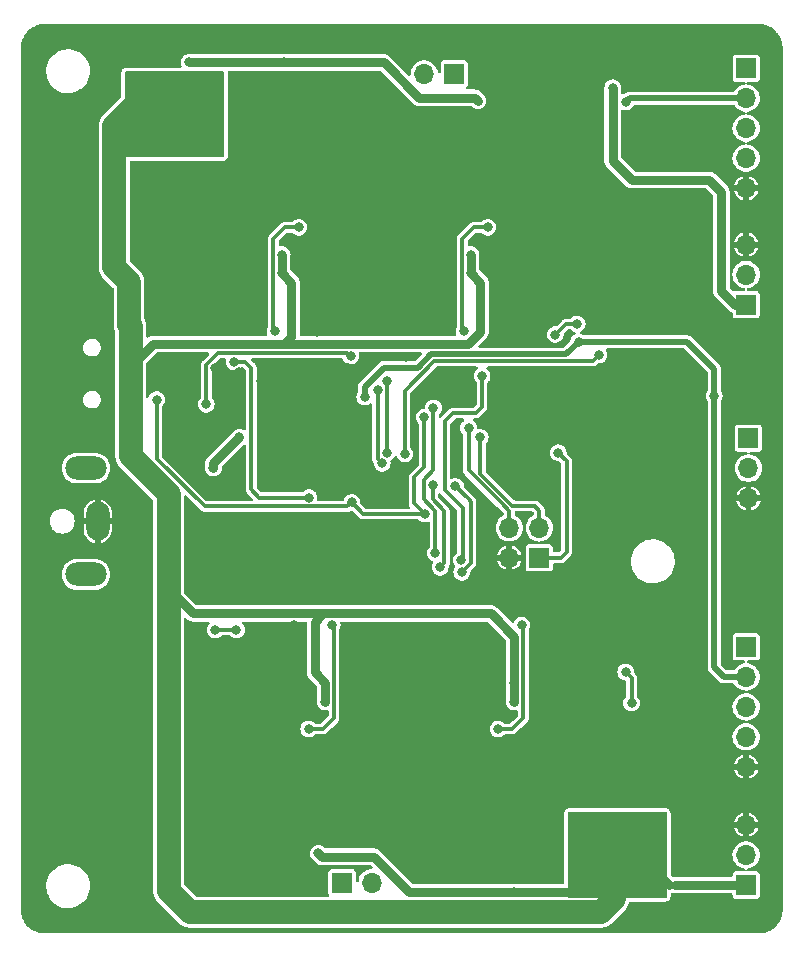
<source format=gbr>
%TF.GenerationSoftware,KiCad,Pcbnew,7.0.1*%
%TF.CreationDate,2023-12-25T09:53:22+01:00*%
%TF.ProjectId,BallBalancer,42616c6c-4261-46c6-916e-6365722e6b69,rev?*%
%TF.SameCoordinates,Original*%
%TF.FileFunction,Copper,L2,Bot*%
%TF.FilePolarity,Positive*%
%FSLAX46Y46*%
G04 Gerber Fmt 4.6, Leading zero omitted, Abs format (unit mm)*
G04 Created by KiCad (PCBNEW 7.0.1) date 2023-12-25 09:53:22*
%MOMM*%
%LPD*%
G01*
G04 APERTURE LIST*
%TA.AperFunction,ComponentPad*%
%ADD10R,1.700000X1.700000*%
%TD*%
%TA.AperFunction,ComponentPad*%
%ADD11O,1.700000X1.700000*%
%TD*%
%TA.AperFunction,ComponentPad*%
%ADD12R,2.000000X4.000000*%
%TD*%
%TA.AperFunction,ComponentPad*%
%ADD13O,2.000000X3.300000*%
%TD*%
%TA.AperFunction,ComponentPad*%
%ADD14O,3.500000X2.000000*%
%TD*%
%TA.AperFunction,ViaPad*%
%ADD15C,0.800000*%
%TD*%
%TA.AperFunction,Conductor*%
%ADD16C,0.300000*%
%TD*%
%TA.AperFunction,Conductor*%
%ADD17C,0.800000*%
%TD*%
%TA.AperFunction,Conductor*%
%ADD18C,2.000000*%
%TD*%
%TA.AperFunction,Conductor*%
%ADD19C,0.500000*%
%TD*%
G04 APERTURE END LIST*
D10*
%TO.P,J4,1,Pin_1*%
%TO.N,+12V*%
X143900000Y-130900000D03*
D11*
%TO.P,J4,2,Pin_2*%
%TO.N,Net-(J4-Pin_2)*%
X143900000Y-128360000D03*
%TO.P,J4,3,Pin_3*%
%TO.N,GND*%
X143900000Y-125820000D03*
%TD*%
D10*
%TO.P,J7,1,Pin_1*%
%TO.N,+12V*%
X143900000Y-81760000D03*
D11*
%TO.P,J7,2,Pin_2*%
%TO.N,Net-(J7-Pin_2)*%
X143900000Y-79220000D03*
%TO.P,J7,3,Pin_3*%
%TO.N,GND*%
X143900000Y-76680000D03*
%TD*%
D10*
%TO.P,J5,1,Pin_1*%
%TO.N,/Main/ENCODER1_B_OUT*%
X143900000Y-110740000D03*
D11*
%TO.P,J5,2,Pin_2*%
%TO.N,+5V*%
X143900000Y-113280000D03*
%TO.P,J5,3,Pin_3*%
%TO.N,/Main/ENCODER1_A_OUT*%
X143900000Y-115820000D03*
%TO.P,J5,4,Pin_4*%
%TO.N,unconnected-(J5-Pin_4-Pad4)*%
X143900000Y-118360000D03*
%TO.P,J5,5,Pin_5*%
%TO.N,GND*%
X143900000Y-120900000D03*
%TD*%
D10*
%TO.P,J3,1,Pin_1*%
%TO.N,+3V3*%
X126390000Y-103190000D03*
D11*
%TO.P,J3,2,Pin_2*%
%TO.N,GND*%
X123850000Y-103190000D03*
%TO.P,J3,3,Pin_3*%
%TO.N,/Main/SWCLK*%
X126390000Y-100650000D03*
%TO.P,J3,4,Pin_4*%
%TO.N,/Main/SWDIO*%
X123850000Y-100650000D03*
%TD*%
D10*
%TO.P,M1,1,+*%
%TO.N,Net-(M1-+)*%
X109686451Y-130705292D03*
D11*
%TO.P,M1,2,-*%
%TO.N,Net-(M1--)*%
X112226451Y-130705292D03*
%TD*%
D10*
%TO.P,J6,1,Pin_1*%
%TO.N,/Main/ENCODER2_B_OUT*%
X143900000Y-61740000D03*
D11*
%TO.P,J6,2,Pin_2*%
%TO.N,+5V*%
X143900000Y-64280000D03*
%TO.P,J6,3,Pin_3*%
%TO.N,/Main/ENCODER2_A_OUT*%
X143900000Y-66820000D03*
%TO.P,J6,4,Pin_4*%
%TO.N,unconnected-(J6-Pin_4-Pad4)*%
X143900000Y-69360000D03*
%TO.P,J6,5,Pin_5*%
%TO.N,GND*%
X143900000Y-71900000D03*
%TD*%
D10*
%TO.P,M2,1,+*%
%TO.N,Net-(M2-+)*%
X119187500Y-62220000D03*
D11*
%TO.P,M2,2,-*%
%TO.N,Net-(M2--)*%
X116647500Y-62220000D03*
%TD*%
D12*
%TO.P,J8,1*%
%TO.N,+12V*%
X95000000Y-100100000D03*
D13*
%TO.P,J8,2*%
%TO.N,GND*%
X89000000Y-100100000D03*
D14*
%TO.P,J8,MP*%
%TO.N,N/C*%
X88000000Y-95600000D03*
X88000000Y-104600000D03*
%TD*%
D10*
%TO.P,J2,1,Pin_1*%
%TO.N,/Main/RSPI_RX*%
X144100000Y-93080000D03*
D11*
%TO.P,J2,2,Pin_2*%
%TO.N,/Main/RSPI_TX*%
X144100000Y-95620000D03*
%TO.P,J2,3,Pin_3*%
%TO.N,GND*%
X144100000Y-98160000D03*
%TD*%
D15*
%TO.N,IN_MOT_CH1R*%
X117432399Y-90500000D03*
%TO.N,IN_MOT_CH1L*%
X121550000Y-87800000D03*
%TO.N,GND*%
X112000000Y-64800000D03*
X108400000Y-88200000D03*
X129500000Y-90200000D03*
X129300000Y-76100000D03*
X119910410Y-115405292D03*
X105600000Y-108900000D03*
X99500000Y-118800000D03*
X111571177Y-102354230D03*
X116100000Y-77200000D03*
X116900000Y-129200000D03*
X99100000Y-115700000D03*
X93700000Y-76400000D03*
X136100000Y-61200000D03*
X127800000Y-95600000D03*
X107600000Y-84100500D03*
X128000000Y-64800000D03*
X114500000Y-102100000D03*
X129400000Y-74000000D03*
X97400000Y-76400000D03*
X115100000Y-86200000D03*
X133700000Y-117400000D03*
X110200000Y-87100000D03*
X100900000Y-129200000D03*
X128000000Y-62544708D03*
X128900000Y-63100000D03*
X113800000Y-77200000D03*
X93250000Y-75500000D03*
X97750000Y-75500000D03*
X115100000Y-115600000D03*
X137200000Y-91100000D03*
X87200000Y-92000000D03*
X116900000Y-128100000D03*
X131007500Y-77430000D03*
X104100000Y-88200000D03*
X135100000Y-121000000D03*
X135100000Y-119900000D03*
X105600000Y-88200000D03*
X116000000Y-128600000D03*
X105600000Y-90800000D03*
X112900000Y-64300000D03*
X107000000Y-88200000D03*
X113861451Y-115455292D03*
X115600000Y-116600000D03*
X99600000Y-116700000D03*
X128900000Y-64300000D03*
X89400000Y-92000000D03*
X124998541Y-79120000D03*
X113300000Y-76200000D03*
X112000000Y-63700000D03*
X104300000Y-90800000D03*
X101000000Y-87500000D03*
X100000000Y-128600000D03*
X99600000Y-117700000D03*
X135900000Y-69000000D03*
X135100000Y-122200000D03*
X128000000Y-63700000D03*
X130700000Y-118400000D03*
X130700000Y-121600000D03*
X100000000Y-129800000D03*
X100900000Y-130355292D03*
X129800000Y-77100000D03*
X124998541Y-77520000D03*
X94750000Y-76750000D03*
X131500000Y-117400000D03*
X112900000Y-63100000D03*
X129300000Y-75100000D03*
X129500000Y-88700000D03*
X104750000Y-104350000D03*
X112000000Y-62544708D03*
X115500000Y-118700000D03*
X116000000Y-129800000D03*
X108998541Y-79120000D03*
X87400000Y-83200000D03*
X100900000Y-128100000D03*
X108998541Y-77520000D03*
X112800000Y-115600000D03*
X132600000Y-117400000D03*
X102800000Y-88200000D03*
X115007500Y-77430000D03*
X102800000Y-87000000D03*
X119910410Y-113805292D03*
X97816451Y-115445292D03*
X113300000Y-75200000D03*
X137200000Y-95500000D03*
X124200000Y-93900000D03*
X96250000Y-76750000D03*
X112300000Y-106100000D03*
X116900000Y-130355292D03*
X113400000Y-74100000D03*
X96800000Y-115700000D03*
X130700000Y-120100000D03*
X108500000Y-87000000D03*
X107000000Y-90800000D03*
X109850000Y-106150000D03*
X135900000Y-118000000D03*
X132100000Y-77100000D03*
X89400000Y-83200000D03*
X103885410Y-115395292D03*
X115600000Y-117600000D03*
X98950500Y-87148816D03*
X134100000Y-62900000D03*
X103885410Y-113795292D03*
X135900000Y-109800000D03*
%TO.N,+3V3*%
X110500000Y-98500000D03*
X116700000Y-99500000D03*
X116650500Y-91300000D03*
X94000000Y-89800000D03*
X128000000Y-94300000D03*
%TO.N,+12V*%
X98800000Y-95600000D03*
X129300000Y-131500000D03*
X121187500Y-64495000D03*
X131400000Y-129700000D03*
X124286451Y-113805292D03*
X104622500Y-77520000D03*
X131400000Y-131400000D03*
X107686451Y-128230292D03*
X136700000Y-128800000D03*
X120622500Y-77520000D03*
X91800000Y-63800000D03*
X129300000Y-128900000D03*
X108261451Y-113795292D03*
X134700000Y-131400000D03*
X91800000Y-65200000D03*
X99200000Y-63800000D03*
X134700000Y-129700000D03*
X129300000Y-130200000D03*
X124286451Y-115405292D03*
X136700000Y-130200000D03*
X96750000Y-61250000D03*
X108261451Y-115395292D03*
X120622500Y-79120000D03*
X132600000Y-63400000D03*
X132750000Y-129750000D03*
X104750000Y-61250000D03*
X99200000Y-65100000D03*
X97100000Y-62600000D03*
X91800000Y-62500000D03*
X101000000Y-93000000D03*
X99200000Y-62500000D03*
X124250000Y-131500000D03*
X93800000Y-64300000D03*
X136700000Y-131500000D03*
X104622500Y-79120000D03*
X97100000Y-64300000D03*
X93800000Y-62600000D03*
%TO.N,VBUS*%
X100553009Y-86606018D03*
X106900000Y-98100000D03*
%TO.N,+5V*%
X141200000Y-89500000D03*
X129720023Y-84920023D03*
X133738019Y-64602027D03*
X111600000Y-89600000D03*
%TO.N,Net-(M1--)*%
X124886451Y-108905292D03*
X122886451Y-117705292D03*
%TO.N,Net-(M1-+)*%
X106861451Y-117695292D03*
X108861451Y-108895292D03*
%TO.N,Net-(M2-+)*%
X122022500Y-75220000D03*
X120022500Y-84020000D03*
%TO.N,Net-(M2--)*%
X106022500Y-75220000D03*
X104022500Y-84020000D03*
%TO.N,/Main/SWCLK*%
X121400000Y-93000000D03*
%TO.N,/Main/SWDIO*%
X120400000Y-92200000D03*
%TO.N,/Main/ENCODER1_A*%
X112700000Y-89000000D03*
X113088297Y-95210772D03*
%TO.N,/Main/ENCODER1_B*%
X113500000Y-88250500D03*
X113500000Y-94300000D03*
%TO.N,/Main/REF_MOT2*%
X131433530Y-86033530D03*
X115000000Y-94400000D03*
%TO.N,/Main/REF_MOT1*%
X134200000Y-115500000D03*
X133700000Y-112850500D03*
%TO.N,/Main/VUSB*%
X110416823Y-86124299D03*
X98200000Y-90200000D03*
%TO.N,IN_MOT_CH1L*%
X119800000Y-103400000D03*
%TO.N,IN_MOT_CH1R*%
X117600000Y-102800000D03*
%TO.N,EN_MOT_CH1L*%
X119829977Y-104429977D03*
X119290546Y-97150500D03*
%TO.N,EN_MOT_CH2R*%
X129600000Y-83400000D03*
X127750500Y-84300000D03*
%TO.N,EN_MOT_CH1R*%
X117370023Y-97029977D03*
X98950000Y-109300000D03*
X100750000Y-109300000D03*
X118000000Y-104000000D03*
%TD*%
D16*
%TO.N,IN_MOT_CH1R*%
X117432399Y-90500000D02*
X117432399Y-95767601D01*
X117600000Y-99200000D02*
X117600000Y-102800000D01*
X116620023Y-98220023D02*
X117600000Y-99200000D01*
X116620023Y-96600000D02*
X116620023Y-98220023D01*
X117400000Y-95800000D02*
X116620023Y-96600000D01*
X117432399Y-95767601D02*
X117400000Y-95800000D01*
%TO.N,+3V3*%
X115800000Y-98600000D02*
X116700000Y-99500000D01*
X115800000Y-96400000D02*
X115800000Y-98600000D01*
X116650500Y-91300000D02*
X116650500Y-95549500D01*
X116650500Y-95549500D02*
X115800000Y-96400000D01*
%TO.N,IN_MOT_CH1L*%
X119100000Y-90950000D02*
X118400000Y-91650000D01*
X121000000Y-90950000D02*
X119100000Y-90950000D01*
X121550000Y-90400000D02*
X121000000Y-90950000D01*
X121550000Y-87800000D02*
X121550000Y-90400000D01*
X118400000Y-91650000D02*
X118400000Y-97500000D01*
%TO.N,+3V3*%
X111500000Y-99500000D02*
X110500000Y-98500000D01*
X126400000Y-103200000D02*
X128200000Y-103200000D01*
X116700000Y-99500000D02*
X111500000Y-99500000D01*
X98050000Y-98850000D02*
X110150000Y-98850000D01*
X110150000Y-98850000D02*
X110500000Y-98500000D01*
X128700000Y-95000000D02*
X128700000Y-102700000D01*
X128000000Y-94300000D02*
X128700000Y-95000000D01*
X94000000Y-89800000D02*
X94000000Y-94800000D01*
X94000000Y-94800000D02*
X98050000Y-98850000D01*
X128200000Y-103200000D02*
X128700000Y-102700000D01*
D17*
%TO.N,+12V*%
X108261451Y-115395292D02*
X108261451Y-113795292D01*
X104800000Y-85100000D02*
X105400000Y-84500000D01*
X98800000Y-95200000D02*
X101000000Y-93000000D01*
X131000000Y-131500000D02*
X132750000Y-129750000D01*
X98800000Y-95600000D02*
X98800000Y-95200000D01*
D18*
X91650000Y-83450000D02*
X91650000Y-79850000D01*
D17*
X115391945Y-131500000D02*
X112391946Y-128500000D01*
D18*
X131600000Y-133200000D02*
X132700000Y-132100000D01*
D17*
X132600000Y-63400000D02*
X132600000Y-69600000D01*
X132600000Y-69600000D02*
X134200000Y-71200000D01*
D18*
X132700000Y-132100000D02*
X132700000Y-129800000D01*
D17*
X107400000Y-108600000D02*
X107400000Y-112900000D01*
D18*
X95000000Y-100100000D02*
X95000000Y-97800000D01*
X91800000Y-83600000D02*
X91650000Y-83450000D01*
D17*
X121400000Y-79897500D02*
X120622500Y-79120000D01*
D18*
X91800000Y-94600000D02*
X91800000Y-87000000D01*
X95000000Y-131400000D02*
X96800000Y-133200000D01*
D17*
X124250000Y-131500000D02*
X131500000Y-131500000D01*
X141800000Y-80600000D02*
X142960000Y-81760000D01*
X96750000Y-61250000D02*
X104750000Y-61250000D01*
X142960000Y-81760000D02*
X143900000Y-81760000D01*
D18*
X90400000Y-78600000D02*
X90400000Y-66600000D01*
D17*
X120356714Y-85100000D02*
X104800000Y-85100000D01*
X91800000Y-87000000D02*
X93700000Y-85100000D01*
X97095292Y-107895292D02*
X95000000Y-105800000D01*
X120622500Y-77520000D02*
X120622500Y-79120000D01*
X120942500Y-64250000D02*
X121187500Y-64495000D01*
X121400000Y-84056714D02*
X120356714Y-85100000D01*
X105400000Y-79900000D02*
X104622500Y-79122500D01*
X124286451Y-113805292D02*
X124286451Y-109886451D01*
X112391946Y-128500000D02*
X107956159Y-128500000D01*
D18*
X132700000Y-129800000D02*
X132750000Y-129750000D01*
D17*
X124250000Y-131500000D02*
X115391945Y-131500000D01*
D18*
X91800000Y-87000000D02*
X91800000Y-83600000D01*
X95000000Y-97800000D02*
X91800000Y-94600000D01*
D17*
X108104708Y-107895292D02*
X97095292Y-107895292D01*
X107956159Y-128500000D02*
X107686451Y-128230292D01*
X141800000Y-72200000D02*
X141800000Y-80600000D01*
X93700000Y-85100000D02*
X104800000Y-85100000D01*
D18*
X95000000Y-105800000D02*
X95000000Y-100100000D01*
D17*
X137400000Y-130900000D02*
X136700000Y-130200000D01*
D18*
X91650000Y-79850000D02*
X90400000Y-78600000D01*
X90400000Y-66600000D02*
X91800000Y-65200000D01*
D17*
X104622500Y-77520000D02*
X104622500Y-79120000D01*
X107400000Y-112900000D02*
X108261451Y-113761451D01*
X113206714Y-61250000D02*
X116206714Y-64250000D01*
X124286451Y-109886451D02*
X122295292Y-107895292D01*
X121400000Y-84056714D02*
X121400000Y-79897500D01*
X134200000Y-71200000D02*
X140800000Y-71200000D01*
X140800000Y-71200000D02*
X141800000Y-72200000D01*
X124286451Y-115405292D02*
X124286451Y-113805292D01*
X143900000Y-130900000D02*
X137900000Y-130900000D01*
X104750000Y-61250000D02*
X113206714Y-61250000D01*
X122295292Y-107895292D02*
X108104708Y-107895292D01*
X108104708Y-107895292D02*
X107400000Y-108600000D01*
X108261451Y-113761451D02*
X108261451Y-113795292D01*
X116206714Y-64250000D02*
X120942500Y-64250000D01*
D18*
X95000000Y-105800000D02*
X95000000Y-131400000D01*
X96800000Y-133200000D02*
X131600000Y-133200000D01*
D17*
X104622500Y-79122500D02*
X104622500Y-79120000D01*
X105400000Y-84500000D02*
X105400000Y-79900000D01*
D16*
%TO.N,VBUS*%
X102000000Y-87100000D02*
X102000000Y-97400000D01*
X101506018Y-86606018D02*
X102000000Y-87100000D01*
X102700000Y-98100000D02*
X106900000Y-98100000D01*
X100553009Y-86606018D02*
X101506018Y-86606018D01*
X102000000Y-97400000D02*
X102700000Y-98100000D01*
D19*
%TO.N,+5V*%
X111600000Y-89600000D02*
X111600000Y-88700000D01*
X142000000Y-113285000D02*
X143900000Y-113285000D01*
X129720023Y-84920023D02*
X138920023Y-84920023D01*
X134055046Y-64285000D02*
X133738019Y-64602027D01*
X111600000Y-88700000D02*
X113200000Y-87100000D01*
X138920023Y-84920023D02*
X141200000Y-87200000D01*
X141200000Y-87200000D02*
X141200000Y-89500000D01*
X116100000Y-87100000D02*
X117250000Y-85950000D01*
X141200000Y-89500000D02*
X141200000Y-112485000D01*
X128690046Y-85950000D02*
X129720023Y-84920023D01*
X117250000Y-85950000D02*
X128690046Y-85950000D01*
X143900000Y-64285000D02*
X134055046Y-64285000D01*
X113200000Y-87100000D02*
X116100000Y-87100000D01*
X141200000Y-112485000D02*
X142000000Y-113285000D01*
D16*
%TO.N,Net-(M1--)*%
X125036451Y-116755292D02*
X125036451Y-109055292D01*
X125036451Y-109055292D02*
X124886451Y-108905292D01*
X124086451Y-117705292D02*
X122886451Y-117705292D01*
X124086451Y-117705292D02*
X124486451Y-117305292D01*
X124486451Y-117305292D02*
X125036451Y-116755292D01*
%TO.N,Net-(M1-+)*%
X108461451Y-117295292D02*
X109011451Y-116745292D01*
X109011451Y-109045292D02*
X108861451Y-108895292D01*
X109011451Y-116745292D02*
X109011451Y-109045292D01*
X108061451Y-117695292D02*
X108461451Y-117295292D01*
X108061451Y-117695292D02*
X106861451Y-117695292D01*
%TO.N,Net-(M2-+)*%
X119872500Y-76170000D02*
X119872500Y-83870000D01*
X119872500Y-83870000D02*
X120022500Y-84020000D01*
X120422500Y-75620000D02*
X119872500Y-76170000D01*
X120822500Y-75220000D02*
X120422500Y-75620000D01*
X120822500Y-75220000D02*
X122022500Y-75220000D01*
%TO.N,Net-(M2--)*%
X104422500Y-75620000D02*
X103872500Y-76170000D01*
X103872500Y-76170000D02*
X103872500Y-83870000D01*
X103872500Y-83870000D02*
X104022500Y-84020000D01*
X104822500Y-75220000D02*
X104422500Y-75620000D01*
X104822500Y-75220000D02*
X106022500Y-75220000D01*
%TO.N,/Main/SWCLK*%
X126000000Y-98800000D02*
X124107107Y-98800000D01*
X126400000Y-99200000D02*
X126000000Y-98800000D01*
X121400000Y-96092894D02*
X121400000Y-93000000D01*
X124107107Y-98800000D02*
X121400000Y-96092894D01*
X126400000Y-100660000D02*
X126400000Y-99200000D01*
%TO.N,/Main/SWDIO*%
X123200000Y-98600000D02*
X120400000Y-95800000D01*
X123860000Y-99260000D02*
X123200000Y-98600000D01*
X120400000Y-95800000D02*
X120400000Y-92200000D01*
X123860000Y-100660000D02*
X123860000Y-99260000D01*
%TO.N,/Main/ENCODER1_A*%
X112700000Y-94207106D02*
X112700000Y-94822475D01*
X112700000Y-89000000D02*
X112700000Y-94207106D01*
X112700000Y-94822475D02*
X113088297Y-95210772D01*
%TO.N,/Main/ENCODER1_B*%
X113500000Y-88250500D02*
X113500000Y-94300000D01*
%TO.N,/Main/REF_MOT2*%
X117498528Y-86550000D02*
X115000000Y-89048528D01*
X131433530Y-86033530D02*
X130917060Y-86550000D01*
X130917060Y-86550000D02*
X117498528Y-86550000D01*
X115000000Y-89048528D02*
X115000000Y-94400000D01*
%TO.N,/Main/REF_MOT1*%
X134200000Y-115500000D02*
X134200000Y-113350500D01*
X134200000Y-113350500D02*
X133700000Y-112850500D01*
%TO.N,/Main/VUSB*%
X98200500Y-89200000D02*
X98200500Y-90199500D01*
X98200500Y-90199500D02*
X98200000Y-90200000D01*
X99188655Y-85850000D02*
X110142524Y-85850000D01*
X110142524Y-85850000D02*
X110416823Y-86124299D01*
X98200500Y-86838155D02*
X99188655Y-85850000D01*
X98200500Y-89200000D02*
X98200500Y-86838155D01*
%TO.N,IN_MOT_CH1L*%
X119900000Y-103300000D02*
X119800000Y-103400000D01*
X119900000Y-99000000D02*
X119900000Y-103300000D01*
X118400000Y-97500000D02*
X119900000Y-99000000D01*
%TO.N,EN_MOT_CH1L*%
X120600000Y-103660661D02*
X120600000Y-98459954D01*
X119830684Y-104429977D02*
X120600000Y-103660661D01*
X119290546Y-97150500D02*
X120400000Y-98259954D01*
X120600000Y-98459954D02*
X120400000Y-98259954D01*
X119829977Y-104429977D02*
X119830684Y-104429977D01*
%TO.N,EN_MOT_CH2R*%
X129600000Y-83400000D02*
X128650500Y-83400000D01*
X128650500Y-83400000D02*
X127750500Y-84300000D01*
%TO.N,EN_MOT_CH1R*%
X118350000Y-99242894D02*
X117370023Y-98262917D01*
X98950000Y-109300000D02*
X100750000Y-109300000D01*
X118350000Y-103650000D02*
X118350000Y-99242894D01*
X118000000Y-104000000D02*
X118350000Y-103650000D01*
X117370023Y-97029977D02*
X117370023Y-98262917D01*
%TD*%
%TA.AperFunction,Conductor*%
%TO.N,+12V*%
G36*
X137138000Y-124716613D02*
G01*
X137183387Y-124762000D01*
X137200000Y-124824000D01*
X137200000Y-131876000D01*
X137183387Y-131938000D01*
X137138000Y-131983387D01*
X137076000Y-132000000D01*
X128924000Y-132000000D01*
X128862000Y-131983387D01*
X128816613Y-131938000D01*
X128800000Y-131876000D01*
X128800000Y-124824000D01*
X128816613Y-124762000D01*
X128862000Y-124716613D01*
X128924000Y-124700000D01*
X137076000Y-124700000D01*
X137138000Y-124716613D01*
G37*
%TD.AperFunction*%
%TD*%
%TA.AperFunction,Conductor*%
%TO.N,+12V*%
G36*
X99638000Y-62016613D02*
G01*
X99683387Y-62062000D01*
X99700000Y-62124000D01*
X99700000Y-69176000D01*
X99683387Y-69238000D01*
X99638000Y-69283387D01*
X99576000Y-69300000D01*
X91424000Y-69300000D01*
X91362000Y-69283387D01*
X91316613Y-69238000D01*
X91300000Y-69176000D01*
X91300000Y-62124000D01*
X91316613Y-62062000D01*
X91362000Y-62016613D01*
X91424000Y-62000000D01*
X99576000Y-62000000D01*
X99638000Y-62016613D01*
G37*
%TD.AperFunction*%
%TD*%
%TA.AperFunction,Conductor*%
%TO.N,GND*%
G36*
X116377908Y-85814015D02*
G01*
X116421931Y-85851615D01*
X116444086Y-85905102D01*
X116439544Y-85962818D01*
X116409294Y-86012181D01*
X115908294Y-86513181D01*
X115868066Y-86540061D01*
X115820613Y-86549500D01*
X113211541Y-86549500D01*
X113207307Y-86549428D01*
X113143173Y-86547236D01*
X113103259Y-86556964D01*
X113090783Y-86559335D01*
X113050082Y-86564929D01*
X113050079Y-86564930D01*
X113050080Y-86564930D01*
X113033614Y-86572081D01*
X113013581Y-86578818D01*
X112996147Y-86583067D01*
X112960334Y-86603203D01*
X112948967Y-86608849D01*
X112911280Y-86625219D01*
X112897360Y-86636544D01*
X112879883Y-86648438D01*
X112864239Y-86657234D01*
X112835179Y-86686293D01*
X112825757Y-86694797D01*
X112793889Y-86720723D01*
X112783543Y-86735381D01*
X112769922Y-86751551D01*
X111218894Y-88302579D01*
X111215852Y-88305519D01*
X111168956Y-88349318D01*
X111147605Y-88384427D01*
X111140466Y-88394916D01*
X111115638Y-88427658D01*
X111109054Y-88444354D01*
X111099654Y-88463280D01*
X111090329Y-88478616D01*
X111079242Y-88518181D01*
X111075197Y-88530207D01*
X111060123Y-88568434D01*
X111058288Y-88586285D01*
X111054342Y-88607048D01*
X111049500Y-88624333D01*
X111049500Y-88665418D01*
X111048850Y-88678099D01*
X111044647Y-88718972D01*
X111047697Y-88736656D01*
X111049500Y-88757725D01*
X111049500Y-89125762D01*
X111043885Y-89162652D01*
X111027550Y-89196202D01*
X110975182Y-89272069D01*
X110914860Y-89431127D01*
X110894354Y-89600000D01*
X110914860Y-89768872D01*
X110975182Y-89927930D01*
X111071815Y-90067927D01*
X111071816Y-90067928D01*
X111071817Y-90067929D01*
X111199148Y-90180734D01*
X111349775Y-90259790D01*
X111514944Y-90300500D01*
X111685055Y-90300500D01*
X111685056Y-90300500D01*
X111850225Y-90259790D01*
X112000852Y-90180734D01*
X112043274Y-90143151D01*
X112092924Y-90116322D01*
X112149324Y-90114277D01*
X112200788Y-90137439D01*
X112236657Y-90181011D01*
X112249500Y-90235967D01*
X112249500Y-94790213D01*
X112248720Y-94804097D01*
X112244729Y-94839509D01*
X112251733Y-94876521D01*
X112253730Y-94887079D01*
X112255356Y-94895669D01*
X112256133Y-94900241D01*
X112265550Y-94962723D01*
X112267163Y-94967623D01*
X112296687Y-95023485D01*
X112298777Y-95027625D01*
X112326184Y-95084535D01*
X112329183Y-95088762D01*
X112347380Y-95106959D01*
X112376915Y-95154188D01*
X112382796Y-95209580D01*
X112382651Y-95210769D01*
X112403157Y-95379644D01*
X112463479Y-95538702D01*
X112560112Y-95678699D01*
X112560113Y-95678700D01*
X112560114Y-95678701D01*
X112687445Y-95791506D01*
X112838072Y-95870562D01*
X113003241Y-95911272D01*
X113173352Y-95911272D01*
X113173353Y-95911272D01*
X113338522Y-95870562D01*
X113489149Y-95791506D01*
X113616480Y-95678701D01*
X113713115Y-95538702D01*
X113773437Y-95379644D01*
X113793942Y-95210772D01*
X113773437Y-95041900D01*
X113773436Y-95041898D01*
X113772990Y-95038222D01*
X113776982Y-94988776D01*
X113800035Y-94944852D01*
X113838455Y-94913482D01*
X113900852Y-94880734D01*
X114028183Y-94767929D01*
X114124818Y-94627930D01*
X114124818Y-94627928D01*
X114127713Y-94623735D01*
X114178872Y-94581099D01*
X114244710Y-94571079D01*
X114306237Y-94596565D01*
X114345705Y-94650205D01*
X114375182Y-94727930D01*
X114397913Y-94760861D01*
X114471815Y-94867927D01*
X114471816Y-94867928D01*
X114471817Y-94867929D01*
X114599148Y-94980734D01*
X114749775Y-95059790D01*
X114914944Y-95100500D01*
X115085055Y-95100500D01*
X115085056Y-95100500D01*
X115250225Y-95059790D01*
X115400852Y-94980734D01*
X115528183Y-94867929D01*
X115624818Y-94727930D01*
X115685140Y-94568872D01*
X115705645Y-94400000D01*
X115685140Y-94231128D01*
X115624818Y-94072070D01*
X115557721Y-93974864D01*
X115528182Y-93932069D01*
X115492273Y-93900257D01*
X115461424Y-93858333D01*
X115450500Y-93807442D01*
X115450500Y-89286494D01*
X115459939Y-89239041D01*
X115486819Y-89198813D01*
X117648812Y-87036819D01*
X117689040Y-87009939D01*
X117736493Y-87000500D01*
X121069124Y-87000500D01*
X121126750Y-87014704D01*
X121171174Y-87054060D01*
X121192220Y-87109554D01*
X121185066Y-87168472D01*
X121151351Y-87217316D01*
X121149152Y-87219263D01*
X121149148Y-87219266D01*
X121096613Y-87265808D01*
X121021815Y-87332072D01*
X120925182Y-87472069D01*
X120864860Y-87631127D01*
X120844354Y-87800000D01*
X120864860Y-87968872D01*
X120925182Y-88127930D01*
X121021817Y-88267930D01*
X121057727Y-88299743D01*
X121088576Y-88341667D01*
X121099500Y-88392558D01*
X121099500Y-90162035D01*
X121090061Y-90209488D01*
X121063181Y-90249716D01*
X120849716Y-90463181D01*
X120809488Y-90490061D01*
X120762035Y-90499500D01*
X119132262Y-90499500D01*
X119118378Y-90498720D01*
X119082963Y-90494729D01*
X119026811Y-90505354D01*
X119022241Y-90506131D01*
X118959758Y-90515549D01*
X118954851Y-90517163D01*
X118898985Y-90546690D01*
X118894847Y-90548779D01*
X118837936Y-90576186D01*
X118833712Y-90579183D01*
X118789059Y-90623836D01*
X118785722Y-90627051D01*
X118739392Y-90670039D01*
X118727967Y-90684928D01*
X118104264Y-91308631D01*
X118093903Y-91317891D01*
X118084219Y-91325615D01*
X118020790Y-91351893D01*
X117953102Y-91340396D01*
X117901907Y-91294648D01*
X117882899Y-91228674D01*
X117882899Y-91092558D01*
X117893823Y-91041667D01*
X117924672Y-90999743D01*
X117960581Y-90967930D01*
X118035225Y-90859790D01*
X118057217Y-90827930D01*
X118117539Y-90668872D01*
X118138044Y-90500000D01*
X118117539Y-90331128D01*
X118057217Y-90172070D01*
X117960582Y-90032071D01*
X117833251Y-89919266D01*
X117725757Y-89862848D01*
X117682623Y-89840209D01*
X117558163Y-89809533D01*
X117517455Y-89799500D01*
X117347343Y-89799500D01*
X117314683Y-89807549D01*
X117182174Y-89840209D01*
X117031548Y-89919265D01*
X116904214Y-90032072D01*
X116807581Y-90172069D01*
X116747259Y-90331127D01*
X116727914Y-90490447D01*
X116706868Y-90545940D01*
X116662444Y-90585297D01*
X116604818Y-90599500D01*
X116565444Y-90599500D01*
X116544034Y-90604777D01*
X116400275Y-90640209D01*
X116249649Y-90719265D01*
X116122315Y-90832072D01*
X116025682Y-90972069D01*
X115965360Y-91131127D01*
X115944854Y-91300000D01*
X115965360Y-91468872D01*
X116025682Y-91627930D01*
X116122317Y-91767930D01*
X116158227Y-91799743D01*
X116189076Y-91841667D01*
X116200000Y-91892558D01*
X116200000Y-95311535D01*
X116190561Y-95358988D01*
X116163681Y-95399216D01*
X115504264Y-96058631D01*
X115493898Y-96067895D01*
X115466031Y-96090118D01*
X115433824Y-96137356D01*
X115431144Y-96141132D01*
X115393633Y-96191959D01*
X115391301Y-96196578D01*
X115372674Y-96256966D01*
X115371225Y-96261369D01*
X115350369Y-96320973D01*
X115349500Y-96326090D01*
X115349500Y-96389262D01*
X115349413Y-96393899D01*
X115347050Y-96457029D01*
X115349500Y-96475635D01*
X115349500Y-98567738D01*
X115348720Y-98581622D01*
X115344729Y-98617034D01*
X115355356Y-98673194D01*
X115356133Y-98677766D01*
X115365550Y-98740248D01*
X115367163Y-98745148D01*
X115396687Y-98801010D01*
X115398777Y-98805150D01*
X115430825Y-98871698D01*
X115442910Y-98932453D01*
X115424099Y-98991472D01*
X115379086Y-99034028D01*
X115319105Y-99049500D01*
X111737965Y-99049500D01*
X111690512Y-99040061D01*
X111650284Y-99013181D01*
X111240916Y-98603813D01*
X111211379Y-98556580D01*
X111205501Y-98501183D01*
X111205645Y-98500000D01*
X111185140Y-98331128D01*
X111124818Y-98172070D01*
X111028183Y-98032071D01*
X110900852Y-97919266D01*
X110789090Y-97860608D01*
X110750224Y-97840209D01*
X110625764Y-97809533D01*
X110585056Y-97799500D01*
X110414944Y-97799500D01*
X110382284Y-97807549D01*
X110249775Y-97840209D01*
X110099149Y-97919265D01*
X109971815Y-98032072D01*
X109875181Y-98172071D01*
X109819281Y-98319470D01*
X109792768Y-98361398D01*
X109751943Y-98389577D01*
X109703339Y-98399500D01*
X107709246Y-98399500D01*
X107642972Y-98380304D01*
X107597218Y-98328658D01*
X107586150Y-98260553D01*
X107593101Y-98203312D01*
X107605645Y-98100000D01*
X107585140Y-97931128D01*
X107524818Y-97772070D01*
X107445143Y-97656642D01*
X107428184Y-97632072D01*
X107412657Y-97618316D01*
X107300852Y-97519266D01*
X107286588Y-97511779D01*
X107150224Y-97440209D01*
X107025765Y-97409533D01*
X106985056Y-97399500D01*
X106814944Y-97399500D01*
X106782284Y-97407549D01*
X106649775Y-97440209D01*
X106499146Y-97519267D01*
X106387342Y-97618316D01*
X106349086Y-97641442D01*
X106305116Y-97649500D01*
X102937965Y-97649500D01*
X102890512Y-97640061D01*
X102850284Y-97613181D01*
X102486819Y-97249716D01*
X102459939Y-97209488D01*
X102450500Y-97162035D01*
X102450500Y-87132262D01*
X102451280Y-87118378D01*
X102455270Y-87082966D01*
X102453975Y-87076121D01*
X102444635Y-87026761D01*
X102443864Y-87022220D01*
X102435348Y-86965713D01*
X102435347Y-86965711D01*
X102434448Y-86959746D01*
X102432842Y-86954864D01*
X102430023Y-86949531D01*
X102430023Y-86949528D01*
X102403282Y-86898933D01*
X102401220Y-86894847D01*
X102398466Y-86889129D01*
X102376425Y-86843358D01*
X102373814Y-86837936D01*
X102370818Y-86833714D01*
X102326152Y-86789048D01*
X102322934Y-86785708D01*
X102321432Y-86784089D01*
X102284055Y-86743806D01*
X102284053Y-86743805D01*
X102279958Y-86739391D01*
X102265070Y-86727966D01*
X102162323Y-86625219D01*
X102049283Y-86512179D01*
X102019034Y-86462818D01*
X102014492Y-86405102D01*
X102036647Y-86351615D01*
X102080670Y-86314015D01*
X102136965Y-86300500D01*
X109648871Y-86300500D01*
X109697475Y-86310423D01*
X109738300Y-86338602D01*
X109764813Y-86380529D01*
X109792004Y-86452229D01*
X109888638Y-86592226D01*
X109888639Y-86592227D01*
X109888640Y-86592228D01*
X110015971Y-86705033D01*
X110166598Y-86784089D01*
X110331767Y-86824799D01*
X110501878Y-86824799D01*
X110501879Y-86824799D01*
X110667048Y-86784089D01*
X110817675Y-86705033D01*
X110945006Y-86592228D01*
X111041641Y-86452229D01*
X111101963Y-86293171D01*
X111122468Y-86124299D01*
X111101963Y-85955427D01*
X111101962Y-85955426D01*
X111100148Y-85940481D01*
X111103461Y-85940078D01*
X111099757Y-85909542D01*
X111120806Y-85854054D01*
X111165230Y-85814702D01*
X111222852Y-85800500D01*
X116321613Y-85800500D01*
X116377908Y-85814015D01*
G37*
%TD.AperFunction*%
%TA.AperFunction,Conductor*%
G36*
X98357985Y-85814015D02*
G01*
X98402008Y-85851615D01*
X98424163Y-85905102D01*
X98419621Y-85962818D01*
X98389371Y-86012181D01*
X97904764Y-86496786D01*
X97894398Y-86506050D01*
X97866531Y-86528273D01*
X97834324Y-86575511D01*
X97831644Y-86579287D01*
X97794133Y-86630114D01*
X97791801Y-86634733D01*
X97773174Y-86695121D01*
X97771725Y-86699524D01*
X97750869Y-86759128D01*
X97750000Y-86764245D01*
X97750000Y-86827417D01*
X97749913Y-86832054D01*
X97747550Y-86895184D01*
X97750000Y-86913790D01*
X97750000Y-89606999D01*
X97739076Y-89657890D01*
X97708227Y-89699814D01*
X97671817Y-89732069D01*
X97575182Y-89872069D01*
X97514860Y-90031127D01*
X97494354Y-90199999D01*
X97514860Y-90368872D01*
X97575182Y-90527930D01*
X97671815Y-90667927D01*
X97671816Y-90667928D01*
X97671817Y-90667929D01*
X97799148Y-90780734D01*
X97949775Y-90859790D01*
X98114944Y-90900500D01*
X98285055Y-90900500D01*
X98285056Y-90900500D01*
X98450225Y-90859790D01*
X98600852Y-90780734D01*
X98728183Y-90667929D01*
X98824818Y-90527930D01*
X98885140Y-90368872D01*
X98905645Y-90200000D01*
X98885140Y-90031128D01*
X98824818Y-89872070D01*
X98728183Y-89732071D01*
X98728182Y-89732069D01*
X98692773Y-89700700D01*
X98661924Y-89658776D01*
X98651000Y-89607885D01*
X98651000Y-87076121D01*
X98660439Y-87028668D01*
X98687319Y-86988440D01*
X99338939Y-86336819D01*
X99379167Y-86309939D01*
X99426620Y-86300500D01*
X99744494Y-86300500D01*
X99810768Y-86319697D01*
X99856522Y-86371342D01*
X99867590Y-86439447D01*
X99847363Y-86606018D01*
X99867869Y-86774890D01*
X99928191Y-86933948D01*
X100024824Y-87073945D01*
X100024825Y-87073946D01*
X100024826Y-87073947D01*
X100152157Y-87186752D01*
X100302784Y-87265808D01*
X100467953Y-87306518D01*
X100638064Y-87306518D01*
X100638065Y-87306518D01*
X100803234Y-87265808D01*
X100953861Y-87186752D01*
X101031040Y-87118378D01*
X101065667Y-87087702D01*
X101103923Y-87064576D01*
X101147893Y-87056518D01*
X101268052Y-87056518D01*
X101315505Y-87065957D01*
X101355730Y-87092834D01*
X101513183Y-87250286D01*
X101540061Y-87290512D01*
X101549500Y-87337965D01*
X101549500Y-92292161D01*
X101533506Y-92353077D01*
X101489649Y-92398278D01*
X101429244Y-92416104D01*
X101367873Y-92401957D01*
X101360863Y-92398278D01*
X101347590Y-92391311D01*
X101341075Y-92387636D01*
X101289606Y-92356522D01*
X101279929Y-92353506D01*
X101259193Y-92344917D01*
X101250224Y-92340209D01*
X101191823Y-92325814D01*
X101184612Y-92323804D01*
X101127195Y-92305913D01*
X101117080Y-92305301D01*
X101094905Y-92301927D01*
X101085056Y-92299500D01*
X101024921Y-92299500D01*
X101017434Y-92299274D01*
X100987595Y-92297469D01*
X100957394Y-92295642D01*
X100957393Y-92295642D01*
X100947424Y-92297469D01*
X100925073Y-92299500D01*
X100914942Y-92299500D01*
X100856560Y-92313889D01*
X100849241Y-92315461D01*
X100830468Y-92318901D01*
X100790069Y-92326305D01*
X100790067Y-92326305D01*
X100790066Y-92326306D01*
X100780817Y-92330468D01*
X100759620Y-92337782D01*
X100749779Y-92340208D01*
X100749775Y-92340209D01*
X100749775Y-92340210D01*
X100730826Y-92350155D01*
X100696522Y-92368159D01*
X100689792Y-92371435D01*
X100634941Y-92396122D01*
X100626956Y-92402378D01*
X100608126Y-92414553D01*
X100599146Y-92419266D01*
X100554140Y-92459138D01*
X100548393Y-92463928D01*
X100534631Y-92474710D01*
X100522286Y-92487055D01*
X100516839Y-92492182D01*
X100471817Y-92532069D01*
X100466057Y-92540414D01*
X100451692Y-92557649D01*
X98322290Y-94687051D01*
X98316838Y-94692183D01*
X98271816Y-94732070D01*
X98237649Y-94781568D01*
X98233213Y-94787597D01*
X98196121Y-94834942D01*
X98191961Y-94844186D01*
X98180941Y-94863725D01*
X98175182Y-94872069D01*
X98153853Y-94928305D01*
X98150989Y-94935219D01*
X98126303Y-94990070D01*
X98124475Y-95000047D01*
X98118454Y-95021648D01*
X98114859Y-95031128D01*
X98107609Y-95090827D01*
X98106483Y-95098226D01*
X98095641Y-95157391D01*
X98099274Y-95217434D01*
X98099500Y-95224921D01*
X98099500Y-95550126D01*
X98098596Y-95565073D01*
X98094354Y-95600000D01*
X98099500Y-95642372D01*
X98114860Y-95768872D01*
X98175182Y-95927930D01*
X98271815Y-96067927D01*
X98271816Y-96067928D01*
X98271817Y-96067929D01*
X98399148Y-96180734D01*
X98549775Y-96259790D01*
X98714944Y-96300500D01*
X98885055Y-96300500D01*
X98885056Y-96300500D01*
X99050225Y-96259790D01*
X99200852Y-96180734D01*
X99328183Y-96067929D01*
X99424818Y-95927930D01*
X99485140Y-95768872D01*
X99500500Y-95642372D01*
X99505645Y-95600000D01*
X99501403Y-95565072D01*
X99500500Y-95550126D01*
X99500500Y-95541519D01*
X99509939Y-95494066D01*
X99536819Y-95453838D01*
X100428622Y-94562035D01*
X101337819Y-93652836D01*
X101387182Y-93622587D01*
X101444898Y-93618045D01*
X101498385Y-93640200D01*
X101535985Y-93684223D01*
X101549500Y-93740518D01*
X101549500Y-97367738D01*
X101548720Y-97381622D01*
X101544729Y-97417034D01*
X101555356Y-97473194D01*
X101556133Y-97477766D01*
X101565550Y-97540248D01*
X101567163Y-97545148D01*
X101596687Y-97601010D01*
X101598777Y-97605150D01*
X101626184Y-97662060D01*
X101629183Y-97666287D01*
X101673847Y-97710951D01*
X101677064Y-97714291D01*
X101720040Y-97760608D01*
X101734930Y-97772034D01*
X102150715Y-98187819D01*
X102180965Y-98237182D01*
X102185507Y-98294898D01*
X102163352Y-98348385D01*
X102119329Y-98385985D01*
X102063034Y-98399500D01*
X98287966Y-98399500D01*
X98240513Y-98390061D01*
X98200285Y-98363181D01*
X94486819Y-94649716D01*
X94459939Y-94609488D01*
X94450500Y-94562035D01*
X94450500Y-90392558D01*
X94461424Y-90341667D01*
X94492273Y-90299743D01*
X94528182Y-90267930D01*
X94539717Y-90251219D01*
X94624818Y-90127930D01*
X94685140Y-89968872D01*
X94705645Y-89800000D01*
X94685140Y-89631128D01*
X94624818Y-89472070D01*
X94539718Y-89348782D01*
X94528184Y-89332072D01*
X94528183Y-89332071D01*
X94400852Y-89219266D01*
X94386588Y-89211780D01*
X94250224Y-89140209D01*
X94118885Y-89107838D01*
X94085056Y-89099500D01*
X93914944Y-89099500D01*
X93882284Y-89107549D01*
X93749775Y-89140209D01*
X93599149Y-89219265D01*
X93471815Y-89332072D01*
X93375182Y-89472069D01*
X93340442Y-89563673D01*
X93299788Y-89618229D01*
X93236468Y-89643123D01*
X93169544Y-89630859D01*
X93119166Y-89585129D01*
X93100500Y-89519702D01*
X93100500Y-86741519D01*
X93109939Y-86694066D01*
X93136819Y-86653838D01*
X93953838Y-85836819D01*
X93994066Y-85809939D01*
X94041519Y-85800500D01*
X98301690Y-85800500D01*
X98357985Y-85814015D01*
G37*
%TD.AperFunction*%
%TA.AperFunction,Conductor*%
G36*
X145004042Y-58000764D02*
G01*
X145083586Y-58005978D01*
X145083767Y-58005991D01*
X145261587Y-58018709D01*
X145276904Y-58020772D01*
X145388378Y-58042945D01*
X145390437Y-58043374D01*
X145530240Y-58073786D01*
X145543703Y-58077522D01*
X145657725Y-58116228D01*
X145661074Y-58117420D01*
X145788808Y-58165062D01*
X145800300Y-58170024D01*
X145910687Y-58224461D01*
X145915187Y-58226798D01*
X146032478Y-58290844D01*
X146041942Y-58296574D01*
X146145269Y-58365615D01*
X146150688Y-58369450D01*
X146256727Y-58448830D01*
X146264145Y-58454844D01*
X146357976Y-58537131D01*
X146363898Y-58542678D01*
X146457320Y-58636100D01*
X146462867Y-58642022D01*
X146545150Y-58735848D01*
X146551173Y-58743278D01*
X146588691Y-58793396D01*
X146630548Y-58849310D01*
X146634383Y-58854729D01*
X146703424Y-58958056D01*
X146709154Y-58967520D01*
X146773183Y-59084779D01*
X146775564Y-59089363D01*
X146829969Y-59199687D01*
X146834938Y-59211196D01*
X146882556Y-59338863D01*
X146883793Y-59342338D01*
X146922470Y-59456276D01*
X146926217Y-59469777D01*
X146956613Y-59609508D01*
X146957064Y-59611675D01*
X146979224Y-59723080D01*
X146981291Y-59738425D01*
X146993995Y-59916046D01*
X146994045Y-59916781D01*
X146999234Y-59995942D01*
X146999500Y-60004053D01*
X146999500Y-132995947D01*
X146999234Y-133004058D01*
X146994045Y-133083217D01*
X146993995Y-133083952D01*
X146981291Y-133261573D01*
X146979224Y-133276918D01*
X146957064Y-133388323D01*
X146956613Y-133390490D01*
X146926217Y-133530221D01*
X146922470Y-133543722D01*
X146883793Y-133657660D01*
X146882556Y-133661135D01*
X146834938Y-133788802D01*
X146829969Y-133800311D01*
X146775564Y-133910635D01*
X146773183Y-133915219D01*
X146709154Y-134032478D01*
X146703424Y-134041942D01*
X146634383Y-134145269D01*
X146630548Y-134150688D01*
X146551181Y-134256711D01*
X146545142Y-134264160D01*
X146462867Y-134357976D01*
X146457320Y-134363898D01*
X146363898Y-134457320D01*
X146357976Y-134462867D01*
X146264160Y-134545142D01*
X146256711Y-134551181D01*
X146150688Y-134630548D01*
X146145269Y-134634383D01*
X146041942Y-134703424D01*
X146032478Y-134709154D01*
X145915219Y-134773183D01*
X145910635Y-134775564D01*
X145800311Y-134829969D01*
X145788802Y-134834938D01*
X145661135Y-134882556D01*
X145657660Y-134883793D01*
X145543722Y-134922470D01*
X145530221Y-134926217D01*
X145390490Y-134956613D01*
X145388323Y-134957064D01*
X145276918Y-134979224D01*
X145261573Y-134981291D01*
X145083952Y-134993995D01*
X145083217Y-134994045D01*
X145004058Y-134999234D01*
X144995947Y-134999500D01*
X84504053Y-134999500D01*
X84495942Y-134999234D01*
X84416781Y-134994045D01*
X84416046Y-134993995D01*
X84238425Y-134981291D01*
X84223080Y-134979224D01*
X84111675Y-134957064D01*
X84109508Y-134956613D01*
X83969777Y-134926217D01*
X83956276Y-134922470D01*
X83842338Y-134883793D01*
X83838863Y-134882556D01*
X83711196Y-134834938D01*
X83699687Y-134829969D01*
X83634947Y-134798043D01*
X83589348Y-134775556D01*
X83584779Y-134773183D01*
X83467520Y-134709154D01*
X83458056Y-134703424D01*
X83354729Y-134634383D01*
X83349310Y-134630548D01*
X83293396Y-134588691D01*
X83243278Y-134551173D01*
X83235848Y-134545150D01*
X83142022Y-134462867D01*
X83136100Y-134457320D01*
X83042678Y-134363898D01*
X83037131Y-134357976D01*
X83034217Y-134354653D01*
X82954844Y-134264145D01*
X82948830Y-134256727D01*
X82869450Y-134150688D01*
X82865615Y-134145269D01*
X82796574Y-134041942D01*
X82790844Y-134032478D01*
X82786709Y-134024905D01*
X82726798Y-133915187D01*
X82724461Y-133910687D01*
X82670024Y-133800300D01*
X82665060Y-133788802D01*
X82617420Y-133661074D01*
X82616228Y-133657725D01*
X82577522Y-133543703D01*
X82573786Y-133530240D01*
X82543374Y-133390437D01*
X82542945Y-133388378D01*
X82520772Y-133276904D01*
X82518709Y-133261587D01*
X82505991Y-133083767D01*
X82505978Y-133083586D01*
X82500764Y-133004042D01*
X82500500Y-132995935D01*
X82500500Y-131067764D01*
X84645787Y-131067764D01*
X84675413Y-131337016D01*
X84675414Y-131337018D01*
X84743928Y-131599088D01*
X84847663Y-131843196D01*
X84849871Y-131848392D01*
X84990982Y-132079611D01*
X85164253Y-132287818D01*
X85164255Y-132287820D01*
X85365998Y-132468582D01*
X85591910Y-132618044D01*
X85663737Y-132651715D01*
X85837177Y-132733021D01*
X86096562Y-132811058D01*
X86096569Y-132811060D01*
X86364561Y-132850500D01*
X86567631Y-132850500D01*
X86567634Y-132850500D01*
X86770156Y-132835677D01*
X86770156Y-132835676D01*
X87034553Y-132776780D01*
X87287558Y-132680014D01*
X87523777Y-132547441D01*
X87738177Y-132381888D01*
X87926186Y-132186881D01*
X88083799Y-131966579D01*
X88207656Y-131725675D01*
X88295118Y-131469305D01*
X88344319Y-131202933D01*
X88354212Y-130932235D01*
X88324586Y-130662982D01*
X88256072Y-130400912D01*
X88150130Y-130151610D01*
X88060737Y-130005135D01*
X88009017Y-129920388D01*
X87835746Y-129712181D01*
X87789778Y-129670994D01*
X87634002Y-129531418D01*
X87408090Y-129381956D01*
X87408086Y-129381954D01*
X87162822Y-129266978D01*
X86903437Y-129188941D01*
X86903431Y-129188940D01*
X86635439Y-129149500D01*
X86432369Y-129149500D01*
X86432366Y-129149500D01*
X86229843Y-129164322D01*
X85965449Y-129223219D01*
X85712441Y-129319986D01*
X85476223Y-129452559D01*
X85261825Y-129618109D01*
X85073813Y-129813120D01*
X84916201Y-130033420D01*
X84792342Y-130274329D01*
X84704881Y-130530695D01*
X84655680Y-130797066D01*
X84645787Y-131067764D01*
X82500500Y-131067764D01*
X82500500Y-104600000D01*
X85944531Y-104600000D01*
X85964364Y-104826689D01*
X86023261Y-105046497D01*
X86119432Y-105252735D01*
X86249953Y-105439140D01*
X86410859Y-105600046D01*
X86597264Y-105730567D01*
X86597265Y-105730567D01*
X86597266Y-105730568D01*
X86803504Y-105826739D01*
X87023308Y-105885635D01*
X87108262Y-105893067D01*
X87193214Y-105900500D01*
X87193216Y-105900500D01*
X88806784Y-105900500D01*
X88806786Y-105900500D01*
X88874747Y-105894554D01*
X88976692Y-105885635D01*
X89196496Y-105826739D01*
X89402734Y-105730568D01*
X89589139Y-105600047D01*
X89750047Y-105439139D01*
X89880568Y-105252734D01*
X89976739Y-105046496D01*
X90035635Y-104826692D01*
X90055468Y-104600000D01*
X90035635Y-104373308D01*
X89976739Y-104153504D01*
X89880568Y-103947266D01*
X89875139Y-103939513D01*
X89750046Y-103760859D01*
X89589140Y-103599953D01*
X89402735Y-103469432D01*
X89196497Y-103373261D01*
X88976689Y-103314364D01*
X88806786Y-103299500D01*
X88806784Y-103299500D01*
X87193216Y-103299500D01*
X87193214Y-103299500D01*
X87023310Y-103314364D01*
X86803502Y-103373261D01*
X86597264Y-103469432D01*
X86410859Y-103599953D01*
X86249953Y-103760859D01*
X86119432Y-103947264D01*
X86023261Y-104153502D01*
X85964364Y-104373310D01*
X85944531Y-104600000D01*
X82500500Y-104600000D01*
X82500500Y-100099999D01*
X84944417Y-100099999D01*
X84964699Y-100305932D01*
X84964700Y-100305934D01*
X85024768Y-100503954D01*
X85122315Y-100686450D01*
X85171226Y-100746048D01*
X85253589Y-100846410D01*
X85272964Y-100862310D01*
X85413550Y-100977685D01*
X85596046Y-101075232D01*
X85794066Y-101135300D01*
X85948392Y-101150500D01*
X86051607Y-101150500D01*
X86051608Y-101150500D01*
X86205934Y-101135300D01*
X86403954Y-101075232D01*
X86586450Y-100977685D01*
X86746410Y-100846410D01*
X86877685Y-100686450D01*
X86975232Y-100503954D01*
X87021933Y-100350000D01*
X87800000Y-100350000D01*
X87800000Y-100805481D01*
X87815378Y-100971445D01*
X87876238Y-101185347D01*
X87975365Y-101384422D01*
X88109390Y-101561899D01*
X88273737Y-101711721D01*
X88462821Y-101828797D01*
X88670199Y-101909135D01*
X88750000Y-101924052D01*
X88750000Y-100350000D01*
X89250000Y-100350000D01*
X89250000Y-101924052D01*
X89329800Y-101909135D01*
X89537178Y-101828797D01*
X89726262Y-101711721D01*
X89890609Y-101561899D01*
X90024634Y-101384422D01*
X90123761Y-101185347D01*
X90184621Y-100971445D01*
X90200000Y-100805481D01*
X90200000Y-100350000D01*
X89250000Y-100350000D01*
X88750000Y-100350000D01*
X87800000Y-100350000D01*
X87021933Y-100350000D01*
X87035300Y-100305934D01*
X87055583Y-100100000D01*
X87035300Y-99894066D01*
X87021933Y-99850000D01*
X87800000Y-99850000D01*
X88750000Y-99850000D01*
X88750000Y-98275948D01*
X89250000Y-98275948D01*
X89250000Y-99850000D01*
X90200000Y-99850000D01*
X90200000Y-99394519D01*
X90184621Y-99228554D01*
X90123761Y-99014652D01*
X90024634Y-98815577D01*
X89890609Y-98638100D01*
X89726262Y-98488278D01*
X89537178Y-98371202D01*
X89329800Y-98290864D01*
X89250000Y-98275948D01*
X88750000Y-98275948D01*
X88670199Y-98290864D01*
X88462821Y-98371202D01*
X88273737Y-98488278D01*
X88109390Y-98638100D01*
X87975365Y-98815577D01*
X87876238Y-99014652D01*
X87815378Y-99228554D01*
X87800000Y-99394519D01*
X87800000Y-99850000D01*
X87021933Y-99850000D01*
X86975232Y-99696046D01*
X86877685Y-99513550D01*
X86812047Y-99433570D01*
X86746410Y-99353589D01*
X86641037Y-99267113D01*
X86586450Y-99222315D01*
X86403954Y-99124768D01*
X86297326Y-99092423D01*
X86205932Y-99064699D01*
X86068467Y-99051160D01*
X86051608Y-99049500D01*
X85948392Y-99049500D01*
X85933193Y-99050996D01*
X85794067Y-99064699D01*
X85596043Y-99124769D01*
X85413551Y-99222314D01*
X85253589Y-99353589D01*
X85122314Y-99513551D01*
X85024769Y-99696043D01*
X84964699Y-99894067D01*
X84944417Y-100099999D01*
X82500500Y-100099999D01*
X82500500Y-95600000D01*
X85944531Y-95600000D01*
X85964364Y-95826689D01*
X86023261Y-96046497D01*
X86119432Y-96252735D01*
X86249953Y-96439140D01*
X86410859Y-96600046D01*
X86597264Y-96730567D01*
X86597265Y-96730567D01*
X86597266Y-96730568D01*
X86803504Y-96826739D01*
X87023308Y-96885635D01*
X87108261Y-96893067D01*
X87193214Y-96900500D01*
X87193216Y-96900500D01*
X88806784Y-96900500D01*
X88806786Y-96900500D01*
X88874747Y-96894554D01*
X88976692Y-96885635D01*
X89196496Y-96826739D01*
X89402734Y-96730568D01*
X89589139Y-96600047D01*
X89750047Y-96439139D01*
X89880568Y-96252734D01*
X89976739Y-96046496D01*
X90035635Y-95826692D01*
X90055468Y-95600000D01*
X90035635Y-95373308D01*
X89976739Y-95153504D01*
X89880568Y-94947266D01*
X89867291Y-94928305D01*
X89750046Y-94760859D01*
X89589140Y-94599953D01*
X89402735Y-94469432D01*
X89196497Y-94373261D01*
X88976689Y-94314364D01*
X88806786Y-94299500D01*
X88806784Y-94299500D01*
X87193216Y-94299500D01*
X87193214Y-94299500D01*
X87023310Y-94314364D01*
X86803502Y-94373261D01*
X86597264Y-94469432D01*
X86410859Y-94599953D01*
X86249953Y-94760859D01*
X86119432Y-94947264D01*
X86023261Y-95153502D01*
X85964364Y-95373310D01*
X85944531Y-95600000D01*
X82500500Y-95600000D01*
X82500500Y-89843934D01*
X87745668Y-89843934D01*
X87758952Y-89919265D01*
X87776135Y-90016711D01*
X87830676Y-90143152D01*
X87845623Y-90177804D01*
X87950390Y-90318530D01*
X88084783Y-90431300D01*
X88084784Y-90431300D01*
X88084786Y-90431302D01*
X88241567Y-90510040D01*
X88241568Y-90510040D01*
X88241570Y-90510041D01*
X88412277Y-90550500D01*
X88412279Y-90550500D01*
X88543704Y-90550500D01*
X88543709Y-90550500D01*
X88674255Y-90535241D01*
X88839117Y-90475237D01*
X88985696Y-90378830D01*
X89106092Y-90251218D01*
X89193812Y-90099281D01*
X89244130Y-89931210D01*
X89254331Y-89756065D01*
X89223865Y-89583289D01*
X89154377Y-89422196D01*
X89049610Y-89281470D01*
X89038408Y-89272070D01*
X88915216Y-89168699D01*
X88758429Y-89089958D01*
X88587723Y-89049500D01*
X88587721Y-89049500D01*
X88456291Y-89049500D01*
X88374699Y-89059036D01*
X88325742Y-89064759D01*
X88160883Y-89124762D01*
X88014303Y-89221170D01*
X87893908Y-89348780D01*
X87806188Y-89500718D01*
X87806188Y-89500719D01*
X87755870Y-89668790D01*
X87755869Y-89668792D01*
X87755870Y-89668792D01*
X87745668Y-89843934D01*
X82500500Y-89843934D01*
X82500500Y-85443934D01*
X87745668Y-85443934D01*
X87761058Y-85531207D01*
X87776135Y-85616711D01*
X87845623Y-85777804D01*
X87950390Y-85918530D01*
X88084783Y-86031300D01*
X88084784Y-86031300D01*
X88084786Y-86031302D01*
X88241567Y-86110040D01*
X88241568Y-86110040D01*
X88241570Y-86110041D01*
X88412277Y-86150500D01*
X88412279Y-86150500D01*
X88543704Y-86150500D01*
X88543709Y-86150500D01*
X88674255Y-86135241D01*
X88839117Y-86075237D01*
X88985696Y-85978830D01*
X89106092Y-85851218D01*
X89193812Y-85699281D01*
X89244130Y-85531210D01*
X89254331Y-85356065D01*
X89223865Y-85183289D01*
X89154377Y-85022196D01*
X89049610Y-84881470D01*
X89048733Y-84880734D01*
X88915216Y-84768699D01*
X88758429Y-84689958D01*
X88587723Y-84649500D01*
X88587721Y-84649500D01*
X88456291Y-84649500D01*
X88374699Y-84659036D01*
X88325742Y-84664759D01*
X88160883Y-84724762D01*
X88014303Y-84821170D01*
X87893908Y-84948780D01*
X87806188Y-85100718D01*
X87806188Y-85100719D01*
X87755870Y-85268790D01*
X87755869Y-85268792D01*
X87755870Y-85268792D01*
X87745668Y-85443934D01*
X82500500Y-85443934D01*
X82500500Y-78713781D01*
X89099499Y-78713781D01*
X89108456Y-78764582D01*
X89109868Y-78775302D01*
X89114365Y-78826693D01*
X89127716Y-78876521D01*
X89130057Y-78887079D01*
X89139014Y-78937877D01*
X89156655Y-78986346D01*
X89159906Y-78996660D01*
X89173258Y-79046490D01*
X89173261Y-79046496D01*
X89195066Y-79093256D01*
X89199201Y-79103241D01*
X89216842Y-79151713D01*
X89242638Y-79196392D01*
X89247633Y-79205986D01*
X89269433Y-79252736D01*
X89299015Y-79294983D01*
X89304827Y-79304106D01*
X89330620Y-79348782D01*
X89330622Y-79348784D01*
X89330623Y-79348786D01*
X89363792Y-79388315D01*
X89370358Y-79396873D01*
X89388305Y-79422504D01*
X89399954Y-79439141D01*
X89569540Y-79608726D01*
X89569546Y-79608731D01*
X90313181Y-80352366D01*
X90340061Y-80392594D01*
X90349500Y-80440047D01*
X90349500Y-83325952D01*
X90349499Y-83325964D01*
X90349499Y-83563781D01*
X90358456Y-83614582D01*
X90359868Y-83625302D01*
X90364365Y-83676693D01*
X90377716Y-83726521D01*
X90380057Y-83737079D01*
X90389014Y-83787877D01*
X90406655Y-83836346D01*
X90409906Y-83846660D01*
X90423258Y-83896490D01*
X90423261Y-83896496D01*
X90445066Y-83943256D01*
X90449201Y-83953241D01*
X90466841Y-84001710D01*
X90466844Y-84001715D01*
X90482887Y-84029503D01*
X90499500Y-84091502D01*
X90499500Y-94475952D01*
X90499499Y-94475964D01*
X90499499Y-94713781D01*
X90508456Y-94764582D01*
X90509868Y-94775302D01*
X90514365Y-94826693D01*
X90527716Y-94876521D01*
X90530057Y-94887079D01*
X90538545Y-94935219D01*
X90539015Y-94937880D01*
X90542431Y-94947266D01*
X90556655Y-94986346D01*
X90559906Y-94996660D01*
X90573258Y-95046490D01*
X90573261Y-95046496D01*
X90595066Y-95093256D01*
X90599201Y-95103241D01*
X90616842Y-95151713D01*
X90642638Y-95196392D01*
X90647631Y-95205982D01*
X90669432Y-95252734D01*
X90669433Y-95252736D01*
X90699015Y-95294983D01*
X90704827Y-95304106D01*
X90730620Y-95348782D01*
X90730622Y-95348784D01*
X90730623Y-95348786D01*
X90763792Y-95388315D01*
X90770358Y-95396873D01*
X90788305Y-95422504D01*
X90799954Y-95439141D01*
X90969540Y-95608726D01*
X90969546Y-95608731D01*
X93663181Y-98302365D01*
X93690061Y-98342593D01*
X93699500Y-98390046D01*
X93699500Y-131275952D01*
X93699499Y-131275964D01*
X93699499Y-131513781D01*
X93708456Y-131564582D01*
X93709868Y-131575302D01*
X93714365Y-131626693D01*
X93727716Y-131676521D01*
X93730057Y-131687079D01*
X93739014Y-131737877D01*
X93756655Y-131786346D01*
X93759906Y-131796660D01*
X93773258Y-131846490D01*
X93777595Y-131855791D01*
X93795066Y-131893256D01*
X93799201Y-131903241D01*
X93816842Y-131951713D01*
X93842638Y-131996392D01*
X93847631Y-132005982D01*
X93867031Y-132047585D01*
X93869433Y-132052736D01*
X93899015Y-132094983D01*
X93904827Y-132104106D01*
X93930620Y-132148782D01*
X93930622Y-132148784D01*
X93930623Y-132148786D01*
X93963792Y-132188315D01*
X93970358Y-132196873D01*
X93988305Y-132222504D01*
X93999954Y-132239141D01*
X94169540Y-132408726D01*
X94169546Y-132408731D01*
X95792688Y-134031872D01*
X95792705Y-134031892D01*
X95960857Y-134200044D01*
X95960860Y-134200046D01*
X95960861Y-134200047D01*
X96003139Y-134229650D01*
X96011700Y-134236220D01*
X96025491Y-134247792D01*
X96051213Y-134269376D01*
X96095885Y-134295167D01*
X96105008Y-134300979D01*
X96147266Y-134330568D01*
X96194023Y-134352371D01*
X96203588Y-134357350D01*
X96248285Y-134383156D01*
X96296777Y-134400805D01*
X96306741Y-134404932D01*
X96353504Y-134426739D01*
X96353508Y-134426740D01*
X96403325Y-134440088D01*
X96413644Y-134443341D01*
X96423570Y-134446953D01*
X96462120Y-134460985D01*
X96512911Y-134469940D01*
X96523471Y-134472281D01*
X96539573Y-134476595D01*
X96573308Y-134485635D01*
X96609594Y-134488809D01*
X96624687Y-134490130D01*
X96635413Y-134491541D01*
X96686221Y-134500501D01*
X96913779Y-134500501D01*
X96924036Y-134500501D01*
X96924048Y-134500500D01*
X131475952Y-134500500D01*
X131475964Y-134500501D01*
X131486221Y-134500501D01*
X131713778Y-134500501D01*
X131713779Y-134500501D01*
X131764591Y-134491540D01*
X131775312Y-134490130D01*
X131826686Y-134485636D01*
X131826688Y-134485635D01*
X131826692Y-134485635D01*
X131876546Y-134472275D01*
X131887048Y-134469947D01*
X131937880Y-134460985D01*
X131986380Y-134443331D01*
X131996643Y-134440095D01*
X132046496Y-134426739D01*
X132093240Y-134404940D01*
X132103235Y-134400800D01*
X132151715Y-134383156D01*
X132196398Y-134357356D01*
X132205982Y-134352368D01*
X132252734Y-134330568D01*
X132295003Y-134300969D01*
X132304089Y-134295181D01*
X132348786Y-134269377D01*
X132388306Y-134236214D01*
X132396873Y-134229640D01*
X132439139Y-134200047D01*
X132600047Y-134039139D01*
X132600047Y-134039138D01*
X132614271Y-134024915D01*
X132614275Y-134024908D01*
X133524908Y-133114275D01*
X133524915Y-133114271D01*
X133555969Y-133083217D01*
X133700047Y-132939139D01*
X133729640Y-132896873D01*
X133736214Y-132888306D01*
X133769377Y-132848786D01*
X133795181Y-132804089D01*
X133800969Y-132795003D01*
X133830568Y-132752734D01*
X133852368Y-132705982D01*
X133857361Y-132696391D01*
X133883156Y-132651715D01*
X133900800Y-132603235D01*
X133904941Y-132593239D01*
X133926298Y-132547441D01*
X133926739Y-132546496D01*
X133940095Y-132496643D01*
X133943331Y-132486380D01*
X133960985Y-132437880D01*
X133966258Y-132407968D01*
X133988912Y-132355453D01*
X134032724Y-132318690D01*
X134088375Y-132305500D01*
X137076001Y-132305500D01*
X137091813Y-132303418D01*
X137155070Y-132295090D01*
X137217070Y-132278477D01*
X137290750Y-132247958D01*
X137354021Y-132199408D01*
X137399408Y-132154021D01*
X137447958Y-132090750D01*
X137478477Y-132017070D01*
X137495090Y-131955070D01*
X137505500Y-131876000D01*
X137505500Y-131692087D01*
X137516424Y-131641196D01*
X137547272Y-131599273D01*
X137592606Y-131573702D01*
X137611242Y-131567895D01*
X137651875Y-131562338D01*
X137692098Y-131570338D01*
X137731128Y-131585140D01*
X137857628Y-131600500D01*
X142625501Y-131600500D01*
X142687501Y-131617113D01*
X142732888Y-131662500D01*
X142749501Y-131724500D01*
X142749501Y-131794867D01*
X142752414Y-131819988D01*
X142752414Y-131819990D01*
X142752415Y-131819991D01*
X142787522Y-131899500D01*
X142797795Y-131922767D01*
X142877232Y-132002204D01*
X142877233Y-132002204D01*
X142877235Y-132002206D01*
X142980009Y-132047585D01*
X143005135Y-132050500D01*
X144794864Y-132050499D01*
X144794867Y-132050499D01*
X144807427Y-132049042D01*
X144819991Y-132047585D01*
X144922765Y-132002206D01*
X145002206Y-131922765D01*
X145047585Y-131819991D01*
X145050500Y-131794865D01*
X145050499Y-130005136D01*
X145047585Y-129980009D01*
X145002206Y-129877235D01*
X145002204Y-129877233D01*
X145002204Y-129877232D01*
X144922767Y-129797795D01*
X144894475Y-129785303D01*
X144819991Y-129752415D01*
X144794864Y-129749500D01*
X144066242Y-129749500D01*
X144007578Y-129734746D01*
X143962875Y-129693993D01*
X143942771Y-129636941D01*
X143952050Y-129577167D01*
X143988503Y-129528894D01*
X144043453Y-129503612D01*
X144216198Y-129471321D01*
X144415019Y-129394298D01*
X144596302Y-129282052D01*
X144753872Y-129138407D01*
X144882366Y-128968255D01*
X144882366Y-128968253D01*
X144882368Y-128968252D01*
X144930080Y-128872430D01*
X144977405Y-128777389D01*
X145035756Y-128572310D01*
X145055429Y-128360000D01*
X145035756Y-128147690D01*
X145017254Y-128082665D01*
X144995207Y-128005177D01*
X144977405Y-127942611D01*
X144957364Y-127902362D01*
X144882368Y-127751747D01*
X144753873Y-127581594D01*
X144746873Y-127575213D01*
X144596302Y-127437948D01*
X144596301Y-127437947D01*
X144415017Y-127325701D01*
X144216198Y-127248679D01*
X144006610Y-127209500D01*
X143793390Y-127209500D01*
X143653664Y-127235619D01*
X143583801Y-127248679D01*
X143384982Y-127325701D01*
X143203698Y-127437947D01*
X143046126Y-127581594D01*
X142917631Y-127751747D01*
X142822595Y-127942609D01*
X142764243Y-128147689D01*
X142744571Y-128359999D01*
X142764243Y-128572310D01*
X142822595Y-128777390D01*
X142917631Y-128968252D01*
X143046126Y-129138405D01*
X143046128Y-129138407D01*
X143203698Y-129282052D01*
X143384981Y-129394298D01*
X143583802Y-129471321D01*
X143756546Y-129503612D01*
X143811496Y-129528894D01*
X143847950Y-129577166D01*
X143857229Y-129636941D01*
X143837125Y-129693993D01*
X143792422Y-129734745D01*
X143733758Y-129749500D01*
X143005132Y-129749500D01*
X142980011Y-129752414D01*
X142877232Y-129797795D01*
X142797795Y-129877232D01*
X142752415Y-129980009D01*
X142749500Y-130005136D01*
X142749500Y-130075500D01*
X142732887Y-130137500D01*
X142687500Y-130182887D01*
X142625500Y-130199500D01*
X137857628Y-130199500D01*
X137768224Y-130210355D01*
X137712828Y-130204476D01*
X137665597Y-130174940D01*
X137541819Y-130051162D01*
X137514939Y-130010934D01*
X137505500Y-129963481D01*
X137505500Y-126070000D01*
X142878590Y-126070000D01*
X142925233Y-126223764D01*
X143022731Y-126406171D01*
X143153945Y-126566054D01*
X143313828Y-126697268D01*
X143496235Y-126794766D01*
X143650000Y-126841410D01*
X143650000Y-126070000D01*
X144150000Y-126070000D01*
X144150000Y-126841410D01*
X144303764Y-126794766D01*
X144486171Y-126697268D01*
X144646054Y-126566054D01*
X144777268Y-126406171D01*
X144874766Y-126223764D01*
X144921410Y-126070000D01*
X144150000Y-126070000D01*
X143650000Y-126070000D01*
X142878590Y-126070000D01*
X137505500Y-126070000D01*
X137505500Y-125570000D01*
X142878590Y-125570000D01*
X143650000Y-125570000D01*
X143650000Y-124798590D01*
X144150000Y-124798590D01*
X144150000Y-125570000D01*
X144921410Y-125570000D01*
X144874766Y-125416235D01*
X144777268Y-125233828D01*
X144646054Y-125073945D01*
X144486171Y-124942731D01*
X144303764Y-124845233D01*
X144150000Y-124798590D01*
X143650000Y-124798590D01*
X143496235Y-124845233D01*
X143313828Y-124942731D01*
X143153945Y-125073945D01*
X143022731Y-125233828D01*
X142925233Y-125416235D01*
X142878590Y-125570000D01*
X137505500Y-125570000D01*
X137505500Y-124823999D01*
X137495090Y-124744933D01*
X137495090Y-124744930D01*
X137478477Y-124682930D01*
X137447958Y-124609250D01*
X137399408Y-124545979D01*
X137399406Y-124545977D01*
X137399403Y-124545973D01*
X137354026Y-124500596D01*
X137290747Y-124452040D01*
X137217075Y-124421524D01*
X137155066Y-124404909D01*
X137076001Y-124394500D01*
X137076000Y-124394500D01*
X128924000Y-124394500D01*
X128923999Y-124394500D01*
X128844933Y-124404909D01*
X128782924Y-124421524D01*
X128709252Y-124452040D01*
X128645973Y-124500596D01*
X128600596Y-124545973D01*
X128552040Y-124609252D01*
X128521524Y-124682924D01*
X128504909Y-124744933D01*
X128494500Y-124823999D01*
X128494500Y-130675500D01*
X128477887Y-130737500D01*
X128432500Y-130782887D01*
X128370500Y-130799500D01*
X124335056Y-130799500D01*
X124292372Y-130799500D01*
X115733464Y-130799500D01*
X115686011Y-130790061D01*
X115645783Y-130763181D01*
X114276900Y-129394298D01*
X112904886Y-128022283D01*
X112899768Y-128016847D01*
X112859875Y-127971817D01*
X112810378Y-127937651D01*
X112804351Y-127933216D01*
X112757000Y-127896120D01*
X112747759Y-127891961D01*
X112728219Y-127880941D01*
X112719876Y-127875182D01*
X112719873Y-127875181D01*
X112719872Y-127875180D01*
X112663647Y-127853856D01*
X112656729Y-127850991D01*
X112601875Y-127826303D01*
X112591898Y-127824475D01*
X112570285Y-127818450D01*
X112560819Y-127814860D01*
X112501118Y-127807610D01*
X112493717Y-127806483D01*
X112434553Y-127795641D01*
X112374512Y-127799274D01*
X112367025Y-127799500D01*
X108303580Y-127799500D01*
X108259609Y-127791442D01*
X108221352Y-127768315D01*
X108202648Y-127751745D01*
X108169611Y-127722476D01*
X108164168Y-127717351D01*
X108151820Y-127705003D01*
X108138072Y-127694232D01*
X108132320Y-127689438D01*
X108087302Y-127649556D01*
X108078333Y-127644849D01*
X108059490Y-127632666D01*
X108051510Y-127626414D01*
X107996653Y-127601725D01*
X107989919Y-127598446D01*
X107936676Y-127570502D01*
X107926839Y-127568077D01*
X107905630Y-127560758D01*
X107896385Y-127556597D01*
X107837207Y-127545752D01*
X107829887Y-127544180D01*
X107771509Y-127529792D01*
X107771507Y-127529792D01*
X107761378Y-127529792D01*
X107739027Y-127527761D01*
X107729057Y-127525934D01*
X107669017Y-127529566D01*
X107661530Y-127529792D01*
X107601395Y-127529792D01*
X107591545Y-127532219D01*
X107569372Y-127535593D01*
X107559255Y-127536205D01*
X107501842Y-127554095D01*
X107494630Y-127556106D01*
X107436222Y-127570502D01*
X107427247Y-127575213D01*
X107406522Y-127583798D01*
X107396846Y-127586813D01*
X107345362Y-127617935D01*
X107338843Y-127621611D01*
X107285598Y-127649557D01*
X107278007Y-127656282D01*
X107259939Y-127669576D01*
X107251268Y-127674817D01*
X107208740Y-127717345D01*
X107203289Y-127722476D01*
X107158266Y-127762363D01*
X107152509Y-127770705D01*
X107138146Y-127787940D01*
X107130977Y-127795108D01*
X107099861Y-127846579D01*
X107095798Y-127852863D01*
X107061632Y-127902363D01*
X107058036Y-127911844D01*
X107048219Y-127932007D01*
X107042974Y-127940684D01*
X107025081Y-127998102D01*
X107022639Y-128005177D01*
X107001310Y-128061421D01*
X107000087Y-128071489D01*
X106995379Y-128093421D01*
X106992364Y-128103094D01*
X106988732Y-128163133D01*
X106988054Y-128170588D01*
X106980805Y-128230291D01*
X106982026Y-128240350D01*
X106982704Y-128262774D01*
X106982092Y-128272896D01*
X106992934Y-128332062D01*
X106994061Y-128339463D01*
X107001311Y-128399165D01*
X107004901Y-128408631D01*
X107010926Y-128430244D01*
X107012754Y-128440221D01*
X107037442Y-128495075D01*
X107040307Y-128501993D01*
X107061631Y-128558218D01*
X107061633Y-128558222D01*
X107067392Y-128566565D01*
X107078412Y-128586105D01*
X107082571Y-128595346D01*
X107119667Y-128642697D01*
X107124102Y-128648724D01*
X107158268Y-128698221D01*
X107203298Y-128738114D01*
X107208734Y-128743232D01*
X107443217Y-128977715D01*
X107448337Y-128983153D01*
X107488230Y-129028183D01*
X107488231Y-129028184D01*
X107537732Y-129062352D01*
X107543750Y-129066780D01*
X107591103Y-129103878D01*
X107600339Y-129108034D01*
X107619890Y-129119062D01*
X107628225Y-129124816D01*
X107628227Y-129124816D01*
X107628229Y-129124818D01*
X107684485Y-129146152D01*
X107691379Y-129149009D01*
X107746228Y-129173695D01*
X107756203Y-129175522D01*
X107777815Y-129181547D01*
X107787287Y-129185140D01*
X107847000Y-129192390D01*
X107854344Y-129193507D01*
X107913553Y-129204358D01*
X107970261Y-129200927D01*
X107973593Y-129200726D01*
X107981080Y-129200500D01*
X112050427Y-129200500D01*
X112097880Y-129209939D01*
X112138108Y-129236819D01*
X112244400Y-129343111D01*
X112274650Y-129392474D01*
X112279192Y-129450190D01*
X112257037Y-129503677D01*
X112213014Y-129541277D01*
X112156719Y-129554792D01*
X112119841Y-129554792D01*
X112000146Y-129577167D01*
X111910252Y-129593971D01*
X111711433Y-129670993D01*
X111530149Y-129783239D01*
X111372577Y-129926886D01*
X111244082Y-130097039D01*
X111149046Y-130287901D01*
X111090694Y-130492981D01*
X111084421Y-130560685D01*
X111063250Y-130619321D01*
X111016221Y-130660244D01*
X110955223Y-130673112D01*
X110895672Y-130654671D01*
X110852621Y-130609583D01*
X110836950Y-130549244D01*
X110836950Y-129810425D01*
X110834036Y-129785303D01*
X110834036Y-129785301D01*
X110788657Y-129682527D01*
X110788655Y-129682525D01*
X110788655Y-129682524D01*
X110709218Y-129603087D01*
X110663895Y-129583075D01*
X110606442Y-129557707D01*
X110581316Y-129554792D01*
X110581314Y-129554792D01*
X108791583Y-129554792D01*
X108766462Y-129557706D01*
X108663683Y-129603087D01*
X108584246Y-129682524D01*
X108538866Y-129785301D01*
X108535951Y-129810428D01*
X108535951Y-131600159D01*
X108538865Y-131625280D01*
X108538865Y-131625282D01*
X108538866Y-131625283D01*
X108555299Y-131662500D01*
X108583078Y-131725414D01*
X108593238Y-131785515D01*
X108573534Y-131843196D01*
X108528727Y-131884519D01*
X108469643Y-131899500D01*
X97390046Y-131899500D01*
X97342593Y-131890061D01*
X97302365Y-131863181D01*
X96336819Y-130897634D01*
X96309939Y-130857406D01*
X96300500Y-130809953D01*
X96300500Y-121150000D01*
X142878590Y-121150000D01*
X142925233Y-121303764D01*
X143022731Y-121486171D01*
X143153945Y-121646054D01*
X143313828Y-121777268D01*
X143496235Y-121874766D01*
X143650000Y-121921410D01*
X143650000Y-121150000D01*
X144150000Y-121150000D01*
X144150000Y-121921410D01*
X144303764Y-121874766D01*
X144486171Y-121777268D01*
X144646054Y-121646054D01*
X144777268Y-121486171D01*
X144874766Y-121303764D01*
X144921410Y-121150000D01*
X144150000Y-121150000D01*
X143650000Y-121150000D01*
X142878590Y-121150000D01*
X96300500Y-121150000D01*
X96300500Y-120650000D01*
X142878590Y-120650000D01*
X143650000Y-120650000D01*
X143650000Y-119878590D01*
X144150000Y-119878590D01*
X144150000Y-120650000D01*
X144921410Y-120650000D01*
X144874766Y-120496235D01*
X144777268Y-120313828D01*
X144646054Y-120153945D01*
X144486171Y-120022731D01*
X144303764Y-119925233D01*
X144150000Y-119878590D01*
X143650000Y-119878590D01*
X143496235Y-119925233D01*
X143313828Y-120022731D01*
X143153945Y-120153945D01*
X143022731Y-120313828D01*
X142925233Y-120496235D01*
X142878590Y-120650000D01*
X96300500Y-120650000D01*
X96300500Y-108390519D01*
X96314015Y-108334224D01*
X96351615Y-108290201D01*
X96405102Y-108268046D01*
X96462818Y-108272588D01*
X96512181Y-108302838D01*
X96582350Y-108373007D01*
X96587470Y-108378445D01*
X96598167Y-108390519D01*
X96627364Y-108423476D01*
X96676861Y-108457641D01*
X96682894Y-108462080D01*
X96730235Y-108499169D01*
X96739466Y-108503323D01*
X96759018Y-108514350D01*
X96767362Y-108520110D01*
X96823614Y-108541443D01*
X96830520Y-108544304D01*
X96885360Y-108568986D01*
X96895322Y-108570811D01*
X96916942Y-108576838D01*
X96926417Y-108580431D01*
X96926420Y-108580432D01*
X96986148Y-108587684D01*
X96993493Y-108588801D01*
X97052686Y-108599649D01*
X97112714Y-108596018D01*
X97120202Y-108595792D01*
X98361560Y-108595792D01*
X98419186Y-108609995D01*
X98463610Y-108649352D01*
X98484656Y-108704846D01*
X98477502Y-108763763D01*
X98443787Y-108812607D01*
X98421817Y-108832070D01*
X98325182Y-108972069D01*
X98264860Y-109131127D01*
X98244354Y-109300000D01*
X98264860Y-109468872D01*
X98325182Y-109627930D01*
X98421815Y-109767927D01*
X98421816Y-109767928D01*
X98421817Y-109767929D01*
X98549148Y-109880734D01*
X98699775Y-109959790D01*
X98864944Y-110000500D01*
X99035055Y-110000500D01*
X99035056Y-110000500D01*
X99200225Y-109959790D01*
X99350852Y-109880734D01*
X99407067Y-109830931D01*
X99462658Y-109781684D01*
X99500914Y-109758558D01*
X99544884Y-109750500D01*
X100155116Y-109750500D01*
X100199086Y-109758558D01*
X100237342Y-109781684D01*
X100308961Y-109845132D01*
X100349148Y-109880734D01*
X100499775Y-109959790D01*
X100664944Y-110000500D01*
X100835055Y-110000500D01*
X100835056Y-110000500D01*
X101000225Y-109959790D01*
X101150852Y-109880734D01*
X101278183Y-109767929D01*
X101374818Y-109627930D01*
X101435140Y-109468872D01*
X101455645Y-109300000D01*
X101435140Y-109131128D01*
X101374818Y-108972070D01*
X101278183Y-108832071D01*
X101256213Y-108812607D01*
X101222498Y-108763763D01*
X101215344Y-108704846D01*
X101236390Y-108649352D01*
X101280814Y-108609995D01*
X101338440Y-108595792D01*
X106575500Y-108595792D01*
X106637500Y-108612405D01*
X106682887Y-108657792D01*
X106699500Y-108719792D01*
X106699500Y-112875079D01*
X106699274Y-112882566D01*
X106695641Y-112942607D01*
X106706483Y-113001771D01*
X106707610Y-113009172D01*
X106714860Y-113068873D01*
X106718450Y-113078339D01*
X106724475Y-113099952D01*
X106726303Y-113109929D01*
X106750991Y-113164783D01*
X106753856Y-113171701D01*
X106770738Y-113216213D01*
X106775182Y-113227930D01*
X106780941Y-113236273D01*
X106791961Y-113255813D01*
X106796120Y-113265054D01*
X106796121Y-113265055D01*
X106796122Y-113265057D01*
X106807828Y-113279999D01*
X106833216Y-113312405D01*
X106837649Y-113318429D01*
X106871817Y-113367929D01*
X106916847Y-113407822D01*
X106922283Y-113412940D01*
X107524632Y-114015289D01*
X107551512Y-114055517D01*
X107560951Y-114102970D01*
X107560951Y-115345418D01*
X107560047Y-115360365D01*
X107555805Y-115395292D01*
X107576311Y-115564164D01*
X107636633Y-115723222D01*
X107733266Y-115863219D01*
X107733267Y-115863220D01*
X107733268Y-115863221D01*
X107860599Y-115976026D01*
X108011226Y-116055082D01*
X108176395Y-116095792D01*
X108346507Y-116095792D01*
X108407277Y-116080814D01*
X108462977Y-116079973D01*
X108513424Y-116103600D01*
X108548438Y-116146928D01*
X108560951Y-116201211D01*
X108560951Y-116507327D01*
X108551512Y-116554780D01*
X108524632Y-116595008D01*
X107911167Y-117208473D01*
X107870939Y-117235353D01*
X107823486Y-117244792D01*
X107456335Y-117244792D01*
X107412365Y-117236734D01*
X107374109Y-117213608D01*
X107262304Y-117114559D01*
X107262303Y-117114558D01*
X107149152Y-117055171D01*
X107111675Y-117035501D01*
X106956739Y-116997314D01*
X106946507Y-116994792D01*
X106776395Y-116994792D01*
X106766163Y-116997314D01*
X106611226Y-117035501D01*
X106460600Y-117114557D01*
X106333266Y-117227364D01*
X106236633Y-117367361D01*
X106176311Y-117526419D01*
X106155805Y-117695292D01*
X106176311Y-117864164D01*
X106236633Y-118023222D01*
X106333266Y-118163219D01*
X106333267Y-118163220D01*
X106333268Y-118163221D01*
X106460599Y-118276026D01*
X106611226Y-118355082D01*
X106776395Y-118395792D01*
X106946506Y-118395792D01*
X106946507Y-118395792D01*
X107111676Y-118355082D01*
X107262303Y-118276026D01*
X107318518Y-118226223D01*
X107374109Y-118176976D01*
X107412365Y-118153850D01*
X107456335Y-118145792D01*
X108029189Y-118145792D01*
X108043073Y-118146572D01*
X108078484Y-118150562D01*
X108078484Y-118150561D01*
X108078486Y-118150562D01*
X108134679Y-118139928D01*
X108139177Y-118139164D01*
X108195738Y-118130640D01*
X108195739Y-118130639D01*
X108201719Y-118129738D01*
X108206579Y-118128138D01*
X108211918Y-118125315D01*
X108211923Y-118125315D01*
X108262496Y-118098584D01*
X108266587Y-118096519D01*
X108318093Y-118071717D01*
X108318095Y-118071714D01*
X108323529Y-118069098D01*
X108327722Y-118066123D01*
X108331984Y-118061860D01*
X108331989Y-118061858D01*
X108372453Y-118021392D01*
X108375711Y-118018254D01*
X108417645Y-117979347D01*
X108417646Y-117979345D01*
X108422064Y-117975246D01*
X108433484Y-117960361D01*
X108803876Y-117589971D01*
X108803876Y-117589970D01*
X109307200Y-117086645D01*
X109317549Y-117077397D01*
X109345421Y-117055171D01*
X109377642Y-117007910D01*
X109380303Y-117004161D01*
X109414243Y-116958175D01*
X109414243Y-116958173D01*
X109417827Y-116953318D01*
X109420146Y-116948723D01*
X109421921Y-116942967D01*
X109421923Y-116942965D01*
X109438779Y-116888317D01*
X109440209Y-116883967D01*
X109459097Y-116829992D01*
X109459097Y-116829987D01*
X109461088Y-116824298D01*
X109461951Y-116819224D01*
X109461951Y-116756031D01*
X109462038Y-116751394D01*
X109464400Y-116688262D01*
X109461951Y-116669657D01*
X109461951Y-109297092D01*
X109467566Y-109260200D01*
X109483903Y-109226650D01*
X109484337Y-109226020D01*
X109486269Y-109223222D01*
X109546591Y-109064164D01*
X109567096Y-108895292D01*
X109566472Y-108890157D01*
X109547601Y-108734739D01*
X109558669Y-108666634D01*
X109604423Y-108614988D01*
X109670697Y-108595792D01*
X121953773Y-108595792D01*
X122001226Y-108605231D01*
X122041454Y-108632111D01*
X123549632Y-110140289D01*
X123576512Y-110180517D01*
X123585951Y-110227970D01*
X123585951Y-113755418D01*
X123585047Y-113770365D01*
X123580805Y-113805291D01*
X123585047Y-113840219D01*
X123585951Y-113855166D01*
X123585951Y-115355418D01*
X123585047Y-115370365D01*
X123580805Y-115405292D01*
X123585951Y-115447664D01*
X123601311Y-115574164D01*
X123661633Y-115733222D01*
X123758266Y-115873219D01*
X123758267Y-115873220D01*
X123758268Y-115873221D01*
X123885599Y-115986026D01*
X124036226Y-116065082D01*
X124201395Y-116105792D01*
X124371507Y-116105792D01*
X124432277Y-116090814D01*
X124487977Y-116089973D01*
X124538424Y-116113600D01*
X124573438Y-116156928D01*
X124585951Y-116211211D01*
X124585951Y-116517327D01*
X124576512Y-116564780D01*
X124549632Y-116605008D01*
X124157327Y-116997310D01*
X124157325Y-116997314D01*
X123936167Y-117218473D01*
X123895939Y-117245353D01*
X123848486Y-117254792D01*
X123481335Y-117254792D01*
X123437365Y-117246734D01*
X123399109Y-117223608D01*
X123287304Y-117124559D01*
X123287303Y-117124558D01*
X123205702Y-117081730D01*
X123136675Y-117045501D01*
X122984303Y-117007946D01*
X122971507Y-117004792D01*
X122801395Y-117004792D01*
X122788599Y-117007946D01*
X122636226Y-117045501D01*
X122485600Y-117124557D01*
X122358266Y-117237364D01*
X122261633Y-117377361D01*
X122201311Y-117536419D01*
X122180805Y-117705292D01*
X122201311Y-117874164D01*
X122261633Y-118033222D01*
X122358266Y-118173219D01*
X122358267Y-118173220D01*
X122358268Y-118173221D01*
X122485599Y-118286026D01*
X122636226Y-118365082D01*
X122801395Y-118405792D01*
X122971506Y-118405792D01*
X122971507Y-118405792D01*
X123136676Y-118365082D01*
X123287303Y-118286026D01*
X123343518Y-118236223D01*
X123399109Y-118186976D01*
X123437365Y-118163850D01*
X123481335Y-118155792D01*
X124054189Y-118155792D01*
X124068073Y-118156572D01*
X124103484Y-118160562D01*
X124103484Y-118160561D01*
X124103486Y-118160562D01*
X124159679Y-118149928D01*
X124164177Y-118149164D01*
X124220738Y-118140640D01*
X124220739Y-118140639D01*
X124226719Y-118139738D01*
X124231579Y-118138138D01*
X124236918Y-118135315D01*
X124236923Y-118135315D01*
X124287496Y-118108584D01*
X124291587Y-118106519D01*
X124343093Y-118081717D01*
X124343095Y-118081714D01*
X124348529Y-118079098D01*
X124352722Y-118076123D01*
X124356984Y-118071860D01*
X124356989Y-118071858D01*
X124397453Y-118031392D01*
X124400711Y-118028254D01*
X124442645Y-117989347D01*
X124442646Y-117989345D01*
X124447064Y-117985246D01*
X124458484Y-117970361D01*
X124828876Y-117599971D01*
X124828876Y-117599970D01*
X125332200Y-117096645D01*
X125342549Y-117087397D01*
X125370421Y-117065171D01*
X125402642Y-117017910D01*
X125405303Y-117014161D01*
X125412218Y-117004792D01*
X125439243Y-116968175D01*
X125439243Y-116968173D01*
X125442827Y-116963318D01*
X125445146Y-116958723D01*
X125446921Y-116952967D01*
X125446923Y-116952965D01*
X125463779Y-116898317D01*
X125465209Y-116893967D01*
X125484097Y-116839992D01*
X125484097Y-116839987D01*
X125486088Y-116834298D01*
X125486951Y-116829224D01*
X125486951Y-116766031D01*
X125487038Y-116761394D01*
X125489400Y-116698262D01*
X125486951Y-116679657D01*
X125486951Y-112850499D01*
X132994354Y-112850499D01*
X133014860Y-113019372D01*
X133075182Y-113178430D01*
X133171815Y-113318427D01*
X133171816Y-113318428D01*
X133171817Y-113318429D01*
X133299148Y-113431234D01*
X133449775Y-113510290D01*
X133614944Y-113551000D01*
X133625500Y-113551000D01*
X133687500Y-113567613D01*
X133732887Y-113613000D01*
X133749500Y-113675000D01*
X133749500Y-114907442D01*
X133738576Y-114958333D01*
X133707727Y-115000257D01*
X133671817Y-115032069D01*
X133575182Y-115172069D01*
X133514860Y-115331127D01*
X133494354Y-115500000D01*
X133514860Y-115668872D01*
X133575182Y-115827930D01*
X133671815Y-115967927D01*
X133671816Y-115967928D01*
X133671817Y-115967929D01*
X133799148Y-116080734D01*
X133949775Y-116159790D01*
X134114944Y-116200500D01*
X134285055Y-116200500D01*
X134285056Y-116200500D01*
X134450225Y-116159790D01*
X134600852Y-116080734D01*
X134728183Y-115967929D01*
X134824818Y-115827930D01*
X134885140Y-115668872D01*
X134905645Y-115500000D01*
X134885140Y-115331128D01*
X134824818Y-115172070D01*
X134781453Y-115109245D01*
X134728182Y-115032069D01*
X134692273Y-115000257D01*
X134661424Y-114958333D01*
X134650500Y-114907442D01*
X134650500Y-113382762D01*
X134651280Y-113368878D01*
X134655270Y-113333465D01*
X134651285Y-113312405D01*
X134644635Y-113277261D01*
X134643864Y-113272717D01*
X134634450Y-113210252D01*
X134632839Y-113205356D01*
X134618608Y-113178430D01*
X134603294Y-113149456D01*
X134601215Y-113145335D01*
X134573815Y-113088437D01*
X134570820Y-113084217D01*
X134526164Y-113039561D01*
X134522946Y-113036221D01*
X134484055Y-112994306D01*
X134484053Y-112994305D01*
X134479958Y-112989891D01*
X134465067Y-112978464D01*
X134440916Y-112954313D01*
X134411379Y-112907080D01*
X134405501Y-112851683D01*
X134405645Y-112850500D01*
X134385140Y-112681628D01*
X134324818Y-112522570D01*
X134228183Y-112382571D01*
X134100852Y-112269766D01*
X134069033Y-112253066D01*
X133950224Y-112190709D01*
X133825764Y-112160033D01*
X133785056Y-112150000D01*
X133614944Y-112150000D01*
X133582284Y-112158049D01*
X133449775Y-112190709D01*
X133299149Y-112269765D01*
X133171815Y-112382572D01*
X133075182Y-112522569D01*
X133014860Y-112681627D01*
X132994354Y-112850499D01*
X125486951Y-112850499D01*
X125486951Y-109307092D01*
X125492566Y-109270200D01*
X125508903Y-109236650D01*
X125509337Y-109236020D01*
X125511269Y-109233222D01*
X125571591Y-109074164D01*
X125592096Y-108905292D01*
X125571591Y-108736420D01*
X125511269Y-108577362D01*
X125414634Y-108437363D01*
X125287303Y-108324558D01*
X125273039Y-108317071D01*
X125136675Y-108245501D01*
X125012216Y-108214825D01*
X124971507Y-108204792D01*
X124801395Y-108204792D01*
X124768735Y-108212841D01*
X124636226Y-108245501D01*
X124485600Y-108324557D01*
X124358266Y-108437364D01*
X124261632Y-108577362D01*
X124248907Y-108610917D01*
X124213781Y-108660993D01*
X124158990Y-108688184D01*
X124097867Y-108685875D01*
X124045284Y-108654627D01*
X122808232Y-107417575D01*
X122803114Y-107412139D01*
X122763221Y-107367109D01*
X122713724Y-107332943D01*
X122707697Y-107328508D01*
X122660346Y-107291412D01*
X122651105Y-107287253D01*
X122631565Y-107276233D01*
X122623222Y-107270474D01*
X122623219Y-107270473D01*
X122623218Y-107270472D01*
X122566993Y-107249148D01*
X122560075Y-107246283D01*
X122505221Y-107221595D01*
X122495244Y-107219767D01*
X122473631Y-107213742D01*
X122464165Y-107210152D01*
X122404464Y-107202902D01*
X122397063Y-107201775D01*
X122337899Y-107190933D01*
X122277858Y-107194566D01*
X122270371Y-107194792D01*
X108147080Y-107194792D01*
X108129629Y-107194792D01*
X108122142Y-107194566D01*
X108092303Y-107192761D01*
X108062102Y-107190934D01*
X108062101Y-107190934D01*
X108052132Y-107192761D01*
X108029781Y-107194792D01*
X97436811Y-107194792D01*
X97389358Y-107185353D01*
X97349130Y-107158473D01*
X96336819Y-106146162D01*
X96309939Y-106105934D01*
X96300500Y-106058481D01*
X96300500Y-98036965D01*
X96314015Y-97980670D01*
X96351615Y-97936647D01*
X96405102Y-97914492D01*
X96462818Y-97919034D01*
X96512181Y-97949284D01*
X97708630Y-99145733D01*
X97717896Y-99156101D01*
X97739319Y-99182965D01*
X97740121Y-99183970D01*
X97749718Y-99190513D01*
X97787364Y-99216180D01*
X97791141Y-99218860D01*
X97836344Y-99252222D01*
X97841973Y-99256376D01*
X97846568Y-99258695D01*
X97852325Y-99260470D01*
X97852327Y-99260472D01*
X97873858Y-99267113D01*
X97906980Y-99277330D01*
X97911371Y-99278774D01*
X97965301Y-99297646D01*
X97965302Y-99297646D01*
X97970989Y-99299636D01*
X97976073Y-99300500D01*
X97982098Y-99300500D01*
X98039262Y-99300500D01*
X98043899Y-99300587D01*
X98101010Y-99302724D01*
X98101010Y-99302723D01*
X98107029Y-99302949D01*
X98125635Y-99300500D01*
X110117738Y-99300500D01*
X110131622Y-99301280D01*
X110167033Y-99305270D01*
X110167033Y-99305269D01*
X110167035Y-99305270D01*
X110223228Y-99294636D01*
X110227726Y-99293872D01*
X110284287Y-99285348D01*
X110284288Y-99285347D01*
X110290268Y-99284446D01*
X110295128Y-99282846D01*
X110300467Y-99280023D01*
X110300472Y-99280023D01*
X110351045Y-99253292D01*
X110355136Y-99251227D01*
X110406642Y-99226425D01*
X110406644Y-99226423D01*
X110422424Y-99218824D01*
X110437945Y-99209072D01*
X110483249Y-99200500D01*
X110512034Y-99200500D01*
X110559487Y-99209939D01*
X110599715Y-99236819D01*
X111158630Y-99795733D01*
X111167896Y-99806101D01*
X111190120Y-99833969D01*
X111237364Y-99866180D01*
X111241141Y-99868860D01*
X111275293Y-99894066D01*
X111291973Y-99906376D01*
X111296568Y-99908695D01*
X111302325Y-99910470D01*
X111302327Y-99910472D01*
X111327351Y-99918190D01*
X111356980Y-99927330D01*
X111361371Y-99928774D01*
X111415301Y-99947646D01*
X111415303Y-99947646D01*
X111420990Y-99949636D01*
X111426071Y-99950500D01*
X111432098Y-99950500D01*
X111489246Y-99950500D01*
X111493883Y-99950586D01*
X111551010Y-99952725D01*
X111551010Y-99952724D01*
X111557026Y-99952950D01*
X111575638Y-99950500D01*
X116105116Y-99950500D01*
X116149086Y-99958558D01*
X116187342Y-99981684D01*
X116279963Y-100063738D01*
X116299148Y-100080734D01*
X116449775Y-100159790D01*
X116614944Y-100200500D01*
X116785055Y-100200500D01*
X116785056Y-100200500D01*
X116950225Y-100159790D01*
X116950224Y-100159790D01*
X116967875Y-100150527D01*
X117029245Y-100136381D01*
X117089650Y-100154207D01*
X117133506Y-100199408D01*
X117149500Y-100260324D01*
X117149500Y-102207442D01*
X117138576Y-102258333D01*
X117107727Y-102300257D01*
X117071817Y-102332069D01*
X116975182Y-102472069D01*
X116914860Y-102631127D01*
X116894354Y-102800000D01*
X116914860Y-102968872D01*
X116975182Y-103127930D01*
X117071815Y-103267927D01*
X117071816Y-103267928D01*
X117071817Y-103267929D01*
X117199148Y-103380734D01*
X117297274Y-103432235D01*
X117352052Y-103460985D01*
X117401812Y-103508781D01*
X117418324Y-103575774D01*
X117396475Y-103641220D01*
X117375183Y-103672067D01*
X117314860Y-103831127D01*
X117294354Y-104000000D01*
X117314860Y-104168872D01*
X117375182Y-104327930D01*
X117471815Y-104467927D01*
X117471816Y-104467928D01*
X117471817Y-104467929D01*
X117599148Y-104580734D01*
X117749775Y-104659790D01*
X117914944Y-104700500D01*
X118085055Y-104700500D01*
X118085056Y-104700500D01*
X118250225Y-104659790D01*
X118400852Y-104580734D01*
X118528183Y-104467929D01*
X118624818Y-104327930D01*
X118685140Y-104168872D01*
X118705645Y-104000000D01*
X118703949Y-103986034D01*
X118707133Y-103939513D01*
X118727272Y-103897459D01*
X118752793Y-103862882D01*
X118752794Y-103862876D01*
X118756383Y-103858015D01*
X118758692Y-103853441D01*
X118760470Y-103847675D01*
X118760472Y-103847673D01*
X118777330Y-103793014D01*
X118778775Y-103788626D01*
X118797646Y-103734699D01*
X118797646Y-103734695D01*
X118799637Y-103729006D01*
X118800500Y-103723932D01*
X118800500Y-103660754D01*
X118800587Y-103656116D01*
X118800797Y-103650500D01*
X118802725Y-103598990D01*
X118802724Y-103598989D01*
X118802950Y-103592973D01*
X118800500Y-103574362D01*
X118800500Y-99275156D01*
X118801280Y-99261272D01*
X118805270Y-99225859D01*
X118804599Y-99222314D01*
X118794635Y-99169655D01*
X118793864Y-99165111D01*
X118784450Y-99102646D01*
X118782839Y-99097750D01*
X118765907Y-99065713D01*
X118753294Y-99041850D01*
X118751215Y-99037729D01*
X118723815Y-98980831D01*
X118720820Y-98976611D01*
X118676164Y-98931955D01*
X118672946Y-98928615D01*
X118634055Y-98886700D01*
X118634053Y-98886699D01*
X118629958Y-98882285D01*
X118615067Y-98870858D01*
X117856842Y-98112633D01*
X117829962Y-98072405D01*
X117820523Y-98024952D01*
X117820523Y-97856989D01*
X117834038Y-97800694D01*
X117871638Y-97756671D01*
X117925125Y-97734516D01*
X117982841Y-97739058D01*
X118032204Y-97769308D01*
X118073847Y-97810951D01*
X118077064Y-97814291D01*
X118120040Y-97860608D01*
X118134930Y-97872034D01*
X119413181Y-99150285D01*
X119440061Y-99190513D01*
X119449500Y-99237966D01*
X119449500Y-102718851D01*
X119438575Y-102769742D01*
X119407727Y-102811667D01*
X119399151Y-102819264D01*
X119399148Y-102819266D01*
X119322390Y-102887266D01*
X119271815Y-102932072D01*
X119175182Y-103072069D01*
X119114860Y-103231127D01*
X119094354Y-103400000D01*
X119114580Y-103566566D01*
X119114860Y-103568872D01*
X119175182Y-103727930D01*
X119270669Y-103866266D01*
X119290111Y-103911898D01*
X119290111Y-103961505D01*
X119270667Y-104007142D01*
X119205159Y-104102046D01*
X119144837Y-104261104D01*
X119124331Y-104429977D01*
X119144837Y-104598849D01*
X119205159Y-104757907D01*
X119301792Y-104897904D01*
X119301793Y-104897905D01*
X119301794Y-104897906D01*
X119429125Y-105010711D01*
X119579752Y-105089767D01*
X119744921Y-105130477D01*
X119915032Y-105130477D01*
X119915033Y-105130477D01*
X120080202Y-105089767D01*
X120230829Y-105010711D01*
X120358160Y-104897906D01*
X120454795Y-104757907D01*
X120515117Y-104598849D01*
X120535622Y-104429977D01*
X120535555Y-104429426D01*
X120541432Y-104374029D01*
X120570967Y-104326796D01*
X120895744Y-104002018D01*
X120906093Y-103992770D01*
X120933970Y-103970540D01*
X120966191Y-103923279D01*
X120968859Y-103919520D01*
X121002793Y-103873543D01*
X121002794Y-103873538D01*
X121006381Y-103868679D01*
X121008692Y-103864102D01*
X121010470Y-103858336D01*
X121010472Y-103858334D01*
X121027330Y-103803675D01*
X121028775Y-103799287D01*
X121031738Y-103790822D01*
X121047646Y-103745360D01*
X121047646Y-103745358D01*
X121049637Y-103739669D01*
X121050500Y-103734591D01*
X121050500Y-103671399D01*
X121050587Y-103666762D01*
X121052949Y-103603631D01*
X121050500Y-103585026D01*
X121050500Y-103440000D01*
X122828590Y-103440000D01*
X122875233Y-103593764D01*
X122972731Y-103776171D01*
X123103945Y-103936054D01*
X123263828Y-104067268D01*
X123446235Y-104164766D01*
X123600000Y-104211410D01*
X123600000Y-103440000D01*
X124100000Y-103440000D01*
X124100000Y-104211410D01*
X124253764Y-104164766D01*
X124436171Y-104067268D01*
X124596054Y-103936054D01*
X124727268Y-103776171D01*
X124824766Y-103593764D01*
X124871410Y-103440000D01*
X124100000Y-103440000D01*
X123600000Y-103440000D01*
X122828590Y-103440000D01*
X121050500Y-103440000D01*
X121050500Y-102940000D01*
X122828590Y-102940000D01*
X123600000Y-102940000D01*
X123600000Y-102168590D01*
X124100000Y-102168590D01*
X124100000Y-102940000D01*
X124871410Y-102940000D01*
X124824766Y-102786235D01*
X124727268Y-102603828D01*
X124596054Y-102443945D01*
X124436171Y-102312731D01*
X124253764Y-102215233D01*
X124100000Y-102168590D01*
X123600000Y-102168590D01*
X123446235Y-102215233D01*
X123263828Y-102312731D01*
X123103945Y-102443945D01*
X122972731Y-102603828D01*
X122875233Y-102786235D01*
X122828590Y-102940000D01*
X121050500Y-102940000D01*
X121050500Y-98492216D01*
X121051280Y-98478332D01*
X121055270Y-98442919D01*
X121049041Y-98410000D01*
X121044635Y-98386715D01*
X121043864Y-98382171D01*
X121042433Y-98372679D01*
X121037899Y-98342593D01*
X121034450Y-98319706D01*
X121032839Y-98314810D01*
X121020183Y-98290864D01*
X121003294Y-98258910D01*
X121001215Y-98254789D01*
X120973815Y-98197891D01*
X120970820Y-98193671D01*
X120926164Y-98149015D01*
X120922946Y-98145675D01*
X120884055Y-98103760D01*
X120884053Y-98103759D01*
X120879958Y-98099345D01*
X120865067Y-98087918D01*
X120780796Y-98003647D01*
X120780792Y-98003641D01*
X120031462Y-97254313D01*
X120001925Y-97207080D01*
X119996047Y-97151683D01*
X119996191Y-97150500D01*
X119975686Y-96981628D01*
X119915364Y-96822570D01*
X119851859Y-96730568D01*
X119818730Y-96682572D01*
X119725577Y-96600046D01*
X119691398Y-96569766D01*
X119638594Y-96542052D01*
X119540770Y-96490709D01*
X119404120Y-96457029D01*
X119375602Y-96450000D01*
X119205490Y-96450000D01*
X119157554Y-96461815D01*
X119040319Y-96490710D01*
X119032125Y-96495011D01*
X118970754Y-96509157D01*
X118910350Y-96491331D01*
X118866494Y-96446129D01*
X118850500Y-96385214D01*
X118850500Y-91887966D01*
X118859939Y-91840513D01*
X118886819Y-91800285D01*
X119250285Y-91436819D01*
X119290513Y-91409939D01*
X119337966Y-91400500D01*
X119919124Y-91400500D01*
X119976750Y-91414704D01*
X120021174Y-91454060D01*
X120042220Y-91509554D01*
X120035066Y-91568472D01*
X120001351Y-91617316D01*
X119999152Y-91619263D01*
X119999148Y-91619266D01*
X119912586Y-91695952D01*
X119871815Y-91732072D01*
X119775182Y-91872069D01*
X119714860Y-92031127D01*
X119694354Y-92200000D01*
X119714860Y-92368872D01*
X119775182Y-92527930D01*
X119871817Y-92667930D01*
X119907727Y-92699743D01*
X119938576Y-92741667D01*
X119949500Y-92792558D01*
X119949500Y-95767738D01*
X119948720Y-95781622D01*
X119944729Y-95817034D01*
X119955356Y-95873194D01*
X119956133Y-95877766D01*
X119965550Y-95940248D01*
X119967163Y-95945148D01*
X119996687Y-96001010D01*
X119998777Y-96005150D01*
X120026184Y-96062060D01*
X120029183Y-96066287D01*
X120073846Y-96110950D01*
X120077063Y-96114289D01*
X120120043Y-96160611D01*
X120134930Y-96172034D01*
X122824750Y-98861853D01*
X122824752Y-98861856D01*
X122833433Y-98870537D01*
X122833434Y-98870538D01*
X123118997Y-99156101D01*
X123373181Y-99410284D01*
X123400061Y-99450512D01*
X123409500Y-99497965D01*
X123409500Y-99501891D01*
X123399692Y-99550226D01*
X123371818Y-99590914D01*
X123344130Y-99608652D01*
X123344750Y-99609653D01*
X123153698Y-99727947D01*
X122996126Y-99871594D01*
X122867631Y-100041747D01*
X122772595Y-100232609D01*
X122714243Y-100437689D01*
X122694571Y-100649999D01*
X122714243Y-100862310D01*
X122772595Y-101067390D01*
X122867631Y-101258252D01*
X122996126Y-101428405D01*
X122996128Y-101428407D01*
X123153698Y-101572052D01*
X123334981Y-101684298D01*
X123533802Y-101761321D01*
X123743390Y-101800500D01*
X123956608Y-101800500D01*
X123956610Y-101800500D01*
X124166198Y-101761321D01*
X124365019Y-101684298D01*
X124546302Y-101572052D01*
X124703872Y-101428407D01*
X124832366Y-101258255D01*
X124832366Y-101258253D01*
X124832368Y-101258252D01*
X124893590Y-101135300D01*
X124927405Y-101067389D01*
X124985756Y-100862310D01*
X124996529Y-100746047D01*
X125016633Y-100688996D01*
X125059410Y-100649999D01*
X125016633Y-100611003D01*
X124996529Y-100553951D01*
X124985756Y-100437689D01*
X124960806Y-100350000D01*
X124927405Y-100232611D01*
X124888365Y-100154207D01*
X124832368Y-100041747D01*
X124703873Y-99871594D01*
X124546301Y-99727947D01*
X124369222Y-99618304D01*
X124326171Y-99573216D01*
X124310500Y-99512877D01*
X124310500Y-99374500D01*
X124327113Y-99312500D01*
X124372500Y-99267113D01*
X124434500Y-99250500D01*
X125762034Y-99250500D01*
X125809487Y-99259939D01*
X125849715Y-99286819D01*
X125913181Y-99350285D01*
X125940061Y-99390513D01*
X125949500Y-99437966D01*
X125949500Y-99501891D01*
X125939692Y-99550226D01*
X125911818Y-99590914D01*
X125884130Y-99608652D01*
X125884750Y-99609653D01*
X125693698Y-99727947D01*
X125536126Y-99871594D01*
X125407631Y-100041747D01*
X125312595Y-100232609D01*
X125254243Y-100437689D01*
X125243471Y-100553951D01*
X125223367Y-100611003D01*
X125180589Y-100649999D01*
X125223367Y-100688996D01*
X125243471Y-100746048D01*
X125254243Y-100862310D01*
X125312595Y-101067390D01*
X125407631Y-101258252D01*
X125536126Y-101428405D01*
X125536128Y-101428407D01*
X125693698Y-101572052D01*
X125874981Y-101684298D01*
X126073802Y-101761321D01*
X126246546Y-101793612D01*
X126301496Y-101818894D01*
X126337950Y-101867166D01*
X126347229Y-101926941D01*
X126327125Y-101983993D01*
X126282422Y-102024745D01*
X126223758Y-102039500D01*
X125495132Y-102039500D01*
X125470011Y-102042414D01*
X125367232Y-102087795D01*
X125287795Y-102167232D01*
X125242415Y-102270009D01*
X125239500Y-102295136D01*
X125239500Y-104084867D01*
X125242414Y-104109988D01*
X125242414Y-104109990D01*
X125242415Y-104109991D01*
X125287196Y-104211410D01*
X125287795Y-104212767D01*
X125367232Y-104292204D01*
X125367233Y-104292204D01*
X125367235Y-104292206D01*
X125470009Y-104337585D01*
X125495135Y-104340500D01*
X127284864Y-104340499D01*
X127284867Y-104340499D01*
X127297427Y-104339042D01*
X127309991Y-104337585D01*
X127412765Y-104292206D01*
X127492206Y-104212765D01*
X127537585Y-104109991D01*
X127540500Y-104084865D01*
X127540500Y-103774500D01*
X127557113Y-103712500D01*
X127602500Y-103667113D01*
X127664500Y-103650500D01*
X128167738Y-103650500D01*
X128181622Y-103651280D01*
X128217033Y-103655270D01*
X128217033Y-103655269D01*
X128217035Y-103655270D01*
X128273228Y-103644636D01*
X128277726Y-103643872D01*
X128334287Y-103635348D01*
X128334288Y-103635347D01*
X128340268Y-103634446D01*
X128345128Y-103632846D01*
X128350467Y-103630023D01*
X128350472Y-103630023D01*
X128401045Y-103603292D01*
X128405136Y-103601227D01*
X128456642Y-103576425D01*
X128456644Y-103576422D01*
X128462078Y-103573806D01*
X128466271Y-103570831D01*
X128469337Y-103567764D01*
X134145787Y-103567764D01*
X134175413Y-103837016D01*
X134207959Y-103961505D01*
X134243928Y-104099088D01*
X134346517Y-104340499D01*
X134349871Y-104348392D01*
X134490982Y-104579611D01*
X134639361Y-104757907D01*
X134664255Y-104787820D01*
X134865998Y-104968582D01*
X135091910Y-105118044D01*
X135198211Y-105167876D01*
X135337177Y-105233021D01*
X135596562Y-105311058D01*
X135596569Y-105311060D01*
X135864561Y-105350500D01*
X136067631Y-105350500D01*
X136067634Y-105350500D01*
X136270156Y-105335677D01*
X136270156Y-105335676D01*
X136534553Y-105276780D01*
X136787558Y-105180014D01*
X137023777Y-105047441D01*
X137238177Y-104881888D01*
X137426186Y-104686881D01*
X137583799Y-104466579D01*
X137707656Y-104225675D01*
X137795118Y-103969305D01*
X137844319Y-103702933D01*
X137854212Y-103432235D01*
X137824586Y-103162982D01*
X137756072Y-102900912D01*
X137650130Y-102651610D01*
X137534434Y-102462035D01*
X137509017Y-102420388D01*
X137335746Y-102212181D01*
X137287095Y-102168590D01*
X137134002Y-102031418D01*
X136908090Y-101881956D01*
X136908086Y-101881954D01*
X136662822Y-101766978D01*
X136403437Y-101688941D01*
X136403431Y-101688940D01*
X136135439Y-101649500D01*
X135932369Y-101649500D01*
X135932366Y-101649500D01*
X135729843Y-101664322D01*
X135465449Y-101723219D01*
X135212441Y-101819986D01*
X134976223Y-101952559D01*
X134761825Y-102118109D01*
X134573813Y-102313120D01*
X134416201Y-102533420D01*
X134292342Y-102774329D01*
X134204881Y-103030695D01*
X134155680Y-103297066D01*
X134145787Y-103567764D01*
X128469337Y-103567764D01*
X128470533Y-103566568D01*
X128470538Y-103566566D01*
X128511001Y-103526101D01*
X128514259Y-103522962D01*
X128556194Y-103484055D01*
X128556195Y-103484053D01*
X128560613Y-103479954D01*
X128572033Y-103465069D01*
X128995744Y-103041357D01*
X129006093Y-103032109D01*
X129033970Y-103009879D01*
X129066191Y-102962618D01*
X129068859Y-102958859D01*
X129102793Y-102912882D01*
X129102794Y-102912877D01*
X129106381Y-102908018D01*
X129108692Y-102903441D01*
X129110470Y-102897675D01*
X129110472Y-102897673D01*
X129127330Y-102843014D01*
X129128775Y-102838626D01*
X129147646Y-102784699D01*
X129147646Y-102784695D01*
X129149637Y-102779006D01*
X129150500Y-102773932D01*
X129150500Y-102710754D01*
X129150587Y-102706116D01*
X129152950Y-102642973D01*
X129150500Y-102624362D01*
X129150500Y-95032262D01*
X129151280Y-95018378D01*
X129155270Y-94982966D01*
X129151776Y-94964501D01*
X129144635Y-94926761D01*
X129143864Y-94922220D01*
X129135348Y-94865713D01*
X129135347Y-94865711D01*
X129134448Y-94859744D01*
X129132842Y-94854861D01*
X129122314Y-94834942D01*
X129103296Y-94798961D01*
X129101241Y-94794892D01*
X129076425Y-94743358D01*
X129076423Y-94743356D01*
X129073807Y-94737923D01*
X129070827Y-94733723D01*
X129026165Y-94689062D01*
X129022946Y-94685721D01*
X128989992Y-94650205D01*
X128984055Y-94643806D01*
X128984053Y-94643805D01*
X128979958Y-94639391D01*
X128965067Y-94627964D01*
X128740916Y-94403813D01*
X128711379Y-94356580D01*
X128705501Y-94301183D01*
X128705645Y-94300000D01*
X128685140Y-94131128D01*
X128624818Y-93972070D01*
X128575249Y-93900257D01*
X128528184Y-93832072D01*
X128528181Y-93832069D01*
X128400852Y-93719266D01*
X128386588Y-93711780D01*
X128250224Y-93640209D01*
X128125765Y-93609533D01*
X128085056Y-93599500D01*
X127914944Y-93599500D01*
X127882284Y-93607549D01*
X127749775Y-93640209D01*
X127599149Y-93719265D01*
X127471815Y-93832072D01*
X127375182Y-93972069D01*
X127314860Y-94131127D01*
X127294354Y-94300000D01*
X127314860Y-94468872D01*
X127375182Y-94627930D01*
X127471815Y-94767927D01*
X127471816Y-94767928D01*
X127471817Y-94767929D01*
X127599148Y-94880734D01*
X127749775Y-94959790D01*
X127914944Y-95000500D01*
X128012034Y-95000500D01*
X128059487Y-95009939D01*
X128099715Y-95036819D01*
X128213181Y-95150285D01*
X128240061Y-95190513D01*
X128249500Y-95237966D01*
X128249500Y-102462035D01*
X128240061Y-102509488D01*
X128213181Y-102549716D01*
X128049716Y-102713181D01*
X128009488Y-102740061D01*
X127962035Y-102749500D01*
X127664499Y-102749500D01*
X127602499Y-102732887D01*
X127557112Y-102687500D01*
X127540499Y-102625500D01*
X127540499Y-102295133D01*
X127537585Y-102270011D01*
X127537585Y-102270009D01*
X127492206Y-102167235D01*
X127492204Y-102167233D01*
X127492204Y-102167232D01*
X127412767Y-102087795D01*
X127412765Y-102087794D01*
X127309991Y-102042415D01*
X127284864Y-102039500D01*
X126556242Y-102039500D01*
X126497578Y-102024746D01*
X126452875Y-101983993D01*
X126432771Y-101926941D01*
X126442050Y-101867167D01*
X126478503Y-101818894D01*
X126533453Y-101793612D01*
X126706198Y-101761321D01*
X126905019Y-101684298D01*
X127086302Y-101572052D01*
X127243872Y-101428407D01*
X127372366Y-101258255D01*
X127372366Y-101258253D01*
X127372368Y-101258252D01*
X127433590Y-101135300D01*
X127467405Y-101067389D01*
X127525756Y-100862310D01*
X127545429Y-100650000D01*
X127525756Y-100437690D01*
X127467405Y-100232611D01*
X127428365Y-100154207D01*
X127372368Y-100041747D01*
X127243873Y-99871594D01*
X127086301Y-99727947D01*
X126909222Y-99618304D01*
X126866171Y-99573216D01*
X126850500Y-99512877D01*
X126850500Y-99232262D01*
X126851280Y-99218378D01*
X126855270Y-99182966D01*
X126852757Y-99169686D01*
X126844635Y-99126761D01*
X126843864Y-99122220D01*
X126835348Y-99065713D01*
X126835347Y-99065711D01*
X126834448Y-99059744D01*
X126832842Y-99054861D01*
X126823543Y-99037268D01*
X126803296Y-98998961D01*
X126801241Y-98994892D01*
X126776425Y-98943358D01*
X126776423Y-98943356D01*
X126773807Y-98937923D01*
X126770827Y-98933723D01*
X126726165Y-98889062D01*
X126722946Y-98885721D01*
X126684055Y-98843806D01*
X126684053Y-98843805D01*
X126679958Y-98839391D01*
X126665067Y-98827964D01*
X126341368Y-98504265D01*
X126332102Y-98493897D01*
X126309879Y-98466030D01*
X126262608Y-98433800D01*
X126258870Y-98431148D01*
X126208035Y-98393629D01*
X126203424Y-98391302D01*
X126143049Y-98372679D01*
X126138644Y-98371230D01*
X126110545Y-98361398D01*
X126084699Y-98352354D01*
X126084698Y-98352353D01*
X126079023Y-98350368D01*
X126073914Y-98349500D01*
X126067902Y-98349500D01*
X126010738Y-98349500D01*
X126006101Y-98349413D01*
X125942970Y-98347050D01*
X125924365Y-98349500D01*
X124345073Y-98349500D01*
X124297620Y-98340061D01*
X124257392Y-98313181D01*
X121886819Y-95942610D01*
X121859939Y-95902382D01*
X121850500Y-95854929D01*
X121850500Y-93592558D01*
X121861424Y-93541667D01*
X121892273Y-93499743D01*
X121928182Y-93467930D01*
X121949500Y-93437046D01*
X122024818Y-93327930D01*
X122085140Y-93168872D01*
X122105645Y-93000000D01*
X122085140Y-92831128D01*
X122024818Y-92672070D01*
X121946663Y-92558843D01*
X121928184Y-92532072D01*
X121883157Y-92492182D01*
X121800852Y-92419266D01*
X121756755Y-92396122D01*
X121650224Y-92340209D01*
X121511075Y-92305913D01*
X121485056Y-92299500D01*
X121314944Y-92299500D01*
X121314942Y-92299500D01*
X121259355Y-92313200D01*
X121190414Y-92310421D01*
X121133631Y-92271226D01*
X121106586Y-92207750D01*
X121100789Y-92160009D01*
X121085140Y-92031128D01*
X121024818Y-91872070D01*
X120928183Y-91732071D01*
X120800852Y-91619266D01*
X120800847Y-91619263D01*
X120798649Y-91617316D01*
X120764934Y-91568472D01*
X120757780Y-91509554D01*
X120778826Y-91454060D01*
X120823250Y-91414704D01*
X120880876Y-91400500D01*
X120967738Y-91400500D01*
X120981622Y-91401280D01*
X121017033Y-91405270D01*
X121017033Y-91405269D01*
X121017035Y-91405270D01*
X121073228Y-91394636D01*
X121077726Y-91393872D01*
X121134287Y-91385348D01*
X121134288Y-91385347D01*
X121140268Y-91384446D01*
X121145128Y-91382846D01*
X121150467Y-91380023D01*
X121150472Y-91380023D01*
X121201045Y-91353292D01*
X121205136Y-91351227D01*
X121256642Y-91326425D01*
X121256644Y-91326422D01*
X121262078Y-91323806D01*
X121266271Y-91320831D01*
X121270533Y-91316568D01*
X121270538Y-91316566D01*
X121311002Y-91276100D01*
X121314260Y-91272962D01*
X121356194Y-91234055D01*
X121356195Y-91234053D01*
X121360613Y-91229954D01*
X121372033Y-91215069D01*
X121845749Y-90741353D01*
X121856098Y-90732105D01*
X121883970Y-90709879D01*
X121916191Y-90662618D01*
X121918852Y-90658869D01*
X121952792Y-90612883D01*
X121952792Y-90612881D01*
X121956376Y-90608026D01*
X121958695Y-90603431D01*
X121960470Y-90597675D01*
X121960472Y-90597673D01*
X121977328Y-90543025D01*
X121978758Y-90538675D01*
X121997646Y-90484700D01*
X121997646Y-90484695D01*
X121999637Y-90479006D01*
X122000500Y-90473932D01*
X122000500Y-90410739D01*
X122000587Y-90406102D01*
X122002949Y-90342970D01*
X122000500Y-90324365D01*
X122000500Y-88392558D01*
X122011424Y-88341667D01*
X122042273Y-88299743D01*
X122078182Y-88267930D01*
X122090214Y-88250499D01*
X122174818Y-88127930D01*
X122235140Y-87968872D01*
X122255645Y-87800000D01*
X122235140Y-87631128D01*
X122174818Y-87472070D01*
X122119346Y-87391705D01*
X122078184Y-87332072D01*
X122078183Y-87332071D01*
X121950852Y-87219266D01*
X121950847Y-87219263D01*
X121948649Y-87217316D01*
X121914934Y-87168472D01*
X121907780Y-87109554D01*
X121928826Y-87054060D01*
X121973250Y-87014704D01*
X122030876Y-87000500D01*
X130884798Y-87000500D01*
X130898682Y-87001280D01*
X130934093Y-87005270D01*
X130934093Y-87005269D01*
X130934095Y-87005270D01*
X130990288Y-86994636D01*
X130994786Y-86993872D01*
X131051347Y-86985348D01*
X131051348Y-86985347D01*
X131057328Y-86984446D01*
X131062188Y-86982846D01*
X131067527Y-86980023D01*
X131067532Y-86980023D01*
X131118105Y-86953292D01*
X131122196Y-86951227D01*
X131173702Y-86926425D01*
X131173704Y-86926422D01*
X131179138Y-86923806D01*
X131183331Y-86920831D01*
X131187593Y-86916568D01*
X131187598Y-86916566D01*
X131228061Y-86876101D01*
X131231319Y-86872962D01*
X131273254Y-86834055D01*
X131273255Y-86834052D01*
X131277676Y-86829951D01*
X131289097Y-86815066D01*
X131333818Y-86770347D01*
X131374046Y-86743468D01*
X131421497Y-86734030D01*
X131518585Y-86734030D01*
X131518586Y-86734030D01*
X131683755Y-86693320D01*
X131834382Y-86614264D01*
X131961713Y-86501459D01*
X132058348Y-86361460D01*
X132118670Y-86202402D01*
X132139175Y-86033530D01*
X132118670Y-85864658D01*
X132058348Y-85705600D01*
X132030297Y-85664961D01*
X132008574Y-85602010D01*
X132022551Y-85536898D01*
X132068198Y-85488406D01*
X132132348Y-85470523D01*
X138640636Y-85470523D01*
X138688089Y-85479962D01*
X138728317Y-85506842D01*
X140613181Y-87391705D01*
X140640061Y-87431933D01*
X140649500Y-87479386D01*
X140649500Y-89025762D01*
X140643885Y-89062652D01*
X140627550Y-89096202D01*
X140575182Y-89172069D01*
X140514860Y-89331127D01*
X140494354Y-89500000D01*
X140514860Y-89668872D01*
X140575182Y-89827930D01*
X140627550Y-89903798D01*
X140643885Y-89937348D01*
X140649500Y-89974238D01*
X140649500Y-112473478D01*
X140649428Y-112477711D01*
X140647237Y-112541826D01*
X140656963Y-112581733D01*
X140659334Y-112594207D01*
X140664930Y-112634922D01*
X140672079Y-112651380D01*
X140678819Y-112671421D01*
X140683067Y-112688853D01*
X140703206Y-112724672D01*
X140708852Y-112736039D01*
X140725220Y-112773720D01*
X140733009Y-112783294D01*
X140736542Y-112787637D01*
X140748437Y-112805116D01*
X140757232Y-112820757D01*
X140786285Y-112849810D01*
X140794793Y-112859237D01*
X140818895Y-112888863D01*
X140820722Y-112891108D01*
X140823976Y-112893405D01*
X140835378Y-112901453D01*
X140851552Y-112915077D01*
X141602592Y-113666117D01*
X141605534Y-113669161D01*
X141649320Y-113716044D01*
X141684434Y-113737397D01*
X141694914Y-113744530D01*
X141727658Y-113769361D01*
X141744354Y-113775945D01*
X141763281Y-113785345D01*
X141778618Y-113794672D01*
X141778620Y-113794672D01*
X141778621Y-113794673D01*
X141818181Y-113805757D01*
X141830213Y-113809803D01*
X141868436Y-113824876D01*
X141886285Y-113826711D01*
X141907046Y-113830656D01*
X141924335Y-113835500D01*
X141965418Y-113835500D01*
X141978098Y-113836149D01*
X142018972Y-113840352D01*
X142036656Y-113837303D01*
X142057725Y-113835500D01*
X142816051Y-113835500D01*
X142871322Y-113848500D01*
X142915005Y-113884773D01*
X143043945Y-114055517D01*
X143046128Y-114058407D01*
X143203698Y-114202052D01*
X143384981Y-114314298D01*
X143583802Y-114391321D01*
X143780613Y-114428111D01*
X143841365Y-114458363D01*
X143877093Y-114516066D01*
X143877093Y-114583934D01*
X143841365Y-114641637D01*
X143780613Y-114671888D01*
X143650475Y-114696215D01*
X143583801Y-114708679D01*
X143384982Y-114785701D01*
X143203698Y-114897947D01*
X143046126Y-115041594D01*
X142917631Y-115211747D01*
X142822595Y-115402609D01*
X142764243Y-115607689D01*
X142744571Y-115819999D01*
X142764243Y-116032310D01*
X142822595Y-116237390D01*
X142917631Y-116428252D01*
X143043561Y-116595008D01*
X143046128Y-116598407D01*
X143203698Y-116742052D01*
X143384981Y-116854298D01*
X143583802Y-116931321D01*
X143780613Y-116968111D01*
X143841365Y-116998363D01*
X143877093Y-117056066D01*
X143877093Y-117123934D01*
X143841365Y-117181637D01*
X143780613Y-117211888D01*
X143697827Y-117227364D01*
X143583801Y-117248679D01*
X143384982Y-117325701D01*
X143203698Y-117437947D01*
X143046126Y-117581594D01*
X142917631Y-117751747D01*
X142822595Y-117942609D01*
X142764243Y-118147689D01*
X142744571Y-118359999D01*
X142764243Y-118572310D01*
X142822595Y-118777390D01*
X142917631Y-118968252D01*
X143046126Y-119138405D01*
X143046128Y-119138407D01*
X143203698Y-119282052D01*
X143384981Y-119394298D01*
X143583802Y-119471321D01*
X143793390Y-119510500D01*
X144006608Y-119510500D01*
X144006610Y-119510500D01*
X144216198Y-119471321D01*
X144415019Y-119394298D01*
X144596302Y-119282052D01*
X144753872Y-119138407D01*
X144882366Y-118968255D01*
X144882366Y-118968253D01*
X144882368Y-118968252D01*
X144930080Y-118872430D01*
X144977405Y-118777389D01*
X145035756Y-118572310D01*
X145055429Y-118360000D01*
X145035756Y-118147690D01*
X145033493Y-118139738D01*
X144998919Y-118018224D01*
X144977405Y-117942611D01*
X144943323Y-117874164D01*
X144882368Y-117751747D01*
X144753873Y-117581594D01*
X144693350Y-117526420D01*
X144596302Y-117437948D01*
X144596301Y-117437947D01*
X144415017Y-117325701D01*
X144216198Y-117248679D01*
X144205793Y-117246734D01*
X144019385Y-117211888D01*
X143958634Y-117181637D01*
X143922906Y-117123934D01*
X143922906Y-117056066D01*
X143958634Y-116998363D01*
X144019385Y-116968111D01*
X144216198Y-116931321D01*
X144415019Y-116854298D01*
X144596302Y-116742052D01*
X144753872Y-116598407D01*
X144882366Y-116428255D01*
X144882366Y-116428253D01*
X144882368Y-116428252D01*
X144930080Y-116332430D01*
X144977405Y-116237389D01*
X145035756Y-116032310D01*
X145055429Y-115820000D01*
X145035756Y-115607690D01*
X144977405Y-115402611D01*
X144961349Y-115370365D01*
X144882368Y-115211747D01*
X144753873Y-115041594D01*
X144596301Y-114897947D01*
X144415017Y-114785701D01*
X144216198Y-114708679D01*
X144019385Y-114671888D01*
X143958634Y-114641637D01*
X143922906Y-114583934D01*
X143922906Y-114516066D01*
X143958634Y-114458363D01*
X144019385Y-114428111D01*
X144216198Y-114391321D01*
X144415019Y-114314298D01*
X144596302Y-114202052D01*
X144753872Y-114058407D01*
X144882366Y-113888255D01*
X144882366Y-113888253D01*
X144882368Y-113888252D01*
X144941068Y-113770365D01*
X144977405Y-113697389D01*
X145035756Y-113492310D01*
X145055429Y-113280000D01*
X145035756Y-113067690D01*
X145027752Y-113039561D01*
X144992333Y-112915077D01*
X144977405Y-112862611D01*
X144959786Y-112827227D01*
X144882368Y-112671747D01*
X144753873Y-112501594D01*
X144725362Y-112475603D01*
X144596302Y-112357948D01*
X144596301Y-112357947D01*
X144484802Y-112288910D01*
X144415019Y-112245702D01*
X144415017Y-112245701D01*
X144216198Y-112168679D01*
X144216197Y-112168678D01*
X144043455Y-112136387D01*
X143988502Y-112111105D01*
X143952049Y-112062832D01*
X143942770Y-112003057D01*
X143962874Y-111946006D01*
X144007577Y-111905253D01*
X144066239Y-111890499D01*
X144794864Y-111890499D01*
X144794867Y-111890499D01*
X144807427Y-111889041D01*
X144819991Y-111887585D01*
X144922765Y-111842206D01*
X145002206Y-111762765D01*
X145047585Y-111659991D01*
X145050500Y-111634865D01*
X145050499Y-109845136D01*
X145047585Y-109820009D01*
X145002206Y-109717235D01*
X145002204Y-109717233D01*
X145002204Y-109717232D01*
X144922767Y-109637795D01*
X144900425Y-109627930D01*
X144819991Y-109592415D01*
X144794865Y-109589500D01*
X144794863Y-109589500D01*
X143005132Y-109589500D01*
X142980011Y-109592414D01*
X142877232Y-109637795D01*
X142797795Y-109717232D01*
X142752415Y-109820009D01*
X142749500Y-109845136D01*
X142749500Y-111634867D01*
X142752414Y-111659988D01*
X142797795Y-111762767D01*
X142877232Y-111842204D01*
X142877233Y-111842204D01*
X142877235Y-111842206D01*
X142980009Y-111887585D01*
X143005135Y-111890500D01*
X143733759Y-111890499D01*
X143792420Y-111905253D01*
X143837124Y-111946005D01*
X143857228Y-112003057D01*
X143847949Y-112062832D01*
X143811496Y-112111105D01*
X143756543Y-112136387D01*
X143583802Y-112168679D01*
X143530357Y-112189383D01*
X143384982Y-112245701D01*
X143203698Y-112357947D01*
X143046126Y-112501594D01*
X142910709Y-112680915D01*
X142908395Y-112679167D01*
X142874887Y-112715926D01*
X142809608Y-112734500D01*
X142279387Y-112734500D01*
X142231934Y-112725061D01*
X142191706Y-112698181D01*
X141786819Y-112293294D01*
X141759939Y-112253066D01*
X141750500Y-112205613D01*
X141750500Y-98410000D01*
X143078590Y-98410000D01*
X143125233Y-98563764D01*
X143222731Y-98746171D01*
X143353945Y-98906054D01*
X143513828Y-99037268D01*
X143696235Y-99134766D01*
X143850000Y-99181410D01*
X143850000Y-98410000D01*
X144350000Y-98410000D01*
X144350000Y-99181410D01*
X144503764Y-99134766D01*
X144686171Y-99037268D01*
X144846054Y-98906054D01*
X144977268Y-98746171D01*
X145074766Y-98563764D01*
X145121410Y-98410000D01*
X144350000Y-98410000D01*
X143850000Y-98410000D01*
X143078590Y-98410000D01*
X141750500Y-98410000D01*
X141750500Y-97910000D01*
X143078590Y-97910000D01*
X143850000Y-97910000D01*
X143850000Y-97138590D01*
X144350000Y-97138590D01*
X144350000Y-97910000D01*
X145121410Y-97910000D01*
X145074766Y-97756235D01*
X144977268Y-97573828D01*
X144846054Y-97413945D01*
X144686171Y-97282731D01*
X144503764Y-97185233D01*
X144350000Y-97138590D01*
X143850000Y-97138590D01*
X143696235Y-97185233D01*
X143513828Y-97282731D01*
X143353945Y-97413945D01*
X143222731Y-97573828D01*
X143125233Y-97756235D01*
X143078590Y-97910000D01*
X141750500Y-97910000D01*
X141750500Y-95620000D01*
X142944571Y-95620000D01*
X142964243Y-95832310D01*
X143022595Y-96037390D01*
X143117631Y-96228252D01*
X143246126Y-96398405D01*
X143246128Y-96398407D01*
X143403698Y-96542052D01*
X143584981Y-96654298D01*
X143783802Y-96731321D01*
X143993390Y-96770500D01*
X144206608Y-96770500D01*
X144206610Y-96770500D01*
X144416198Y-96731321D01*
X144615019Y-96654298D01*
X144796302Y-96542052D01*
X144953872Y-96398407D01*
X145082366Y-96228255D01*
X145082366Y-96228253D01*
X145082368Y-96228252D01*
X145144216Y-96104042D01*
X145177405Y-96037389D01*
X145235756Y-95832310D01*
X145255429Y-95620000D01*
X145235756Y-95407690D01*
X145230238Y-95388298D01*
X145204950Y-95299419D01*
X145177405Y-95202611D01*
X145154890Y-95157394D01*
X145082368Y-95011747D01*
X144953873Y-94841594D01*
X144796301Y-94697947D01*
X144659748Y-94613397D01*
X144615019Y-94585702D01*
X144615017Y-94585701D01*
X144416198Y-94508679D01*
X144243455Y-94476387D01*
X144188502Y-94451105D01*
X144152049Y-94402832D01*
X144142770Y-94343057D01*
X144162874Y-94286006D01*
X144207577Y-94245253D01*
X144266239Y-94230499D01*
X144994864Y-94230499D01*
X144994867Y-94230499D01*
X145007427Y-94229042D01*
X145019991Y-94227585D01*
X145122765Y-94182206D01*
X145202206Y-94102765D01*
X145247585Y-93999991D01*
X145250500Y-93974865D01*
X145250499Y-92185136D01*
X145247585Y-92160009D01*
X145202206Y-92057235D01*
X145202204Y-92057233D01*
X145202204Y-92057232D01*
X145122767Y-91977795D01*
X145122765Y-91977794D01*
X145019991Y-91932415D01*
X144994865Y-91929500D01*
X144994863Y-91929500D01*
X143205132Y-91929500D01*
X143180011Y-91932414D01*
X143077232Y-91977795D01*
X142997795Y-92057232D01*
X142952415Y-92160009D01*
X142949500Y-92185136D01*
X142949500Y-93974867D01*
X142952414Y-93999988D01*
X142952414Y-93999990D01*
X142952415Y-93999991D01*
X142997794Y-94102765D01*
X142997795Y-94102767D01*
X143077232Y-94182204D01*
X143077233Y-94182204D01*
X143077235Y-94182206D01*
X143180009Y-94227585D01*
X143205135Y-94230500D01*
X143933759Y-94230499D01*
X143992420Y-94245253D01*
X144037124Y-94286005D01*
X144057228Y-94343057D01*
X144047949Y-94402832D01*
X144011496Y-94451105D01*
X143956543Y-94476387D01*
X143783802Y-94508679D01*
X143779579Y-94510315D01*
X143584982Y-94585701D01*
X143403698Y-94697947D01*
X143246126Y-94841594D01*
X143117631Y-95011747D01*
X143022595Y-95202609D01*
X142964243Y-95407689D01*
X142944571Y-95620000D01*
X141750500Y-95620000D01*
X141750500Y-89974238D01*
X141756115Y-89937348D01*
X141772450Y-89903798D01*
X141794351Y-89872069D01*
X141824818Y-89827930D01*
X141885140Y-89668872D01*
X141905645Y-89500000D01*
X141885140Y-89331128D01*
X141824818Y-89172070D01*
X141791750Y-89124163D01*
X141772450Y-89096202D01*
X141756115Y-89062652D01*
X141750500Y-89025762D01*
X141750500Y-87211522D01*
X141750572Y-87207289D01*
X141752762Y-87143174D01*
X141746719Y-87118378D01*
X141743034Y-87103259D01*
X141740665Y-87090794D01*
X141735070Y-87050080D01*
X141727920Y-87033620D01*
X141721180Y-87013578D01*
X141716933Y-86996148D01*
X141712599Y-86988440D01*
X141696796Y-86960333D01*
X141691148Y-86948963D01*
X141684626Y-86933948D01*
X141674780Y-86911280D01*
X141663458Y-86897364D01*
X141651554Y-86879874D01*
X141649463Y-86876155D01*
X141642765Y-86864241D01*
X141642764Y-86864239D01*
X141613718Y-86835194D01*
X141605209Y-86825766D01*
X141604422Y-86824799D01*
X141579278Y-86793892D01*
X141572416Y-86789048D01*
X141564612Y-86783539D01*
X141548441Y-86769917D01*
X139317430Y-84538905D01*
X139314516Y-84535891D01*
X139270703Y-84488979D01*
X139270702Y-84488978D01*
X139270701Y-84488977D01*
X139235597Y-84467630D01*
X139225102Y-84460487D01*
X139212574Y-84450987D01*
X139192365Y-84435662D01*
X139192363Y-84435661D01*
X139175667Y-84429076D01*
X139156737Y-84419673D01*
X139141407Y-84410351D01*
X139102679Y-84399500D01*
X139101837Y-84399263D01*
X139089818Y-84395222D01*
X139051587Y-84380147D01*
X139051586Y-84380146D01*
X139051584Y-84380146D01*
X139033738Y-84378311D01*
X139012975Y-84374365D01*
X138995691Y-84369523D01*
X138995688Y-84369523D01*
X138954605Y-84369523D01*
X138941924Y-84368873D01*
X138901050Y-84364670D01*
X138883367Y-84367720D01*
X138862298Y-84369523D01*
X130202029Y-84369523D01*
X130158058Y-84361465D01*
X130124658Y-84341274D01*
X129970247Y-84260231D01*
X129946166Y-84254296D01*
X129893615Y-84226714D01*
X129859901Y-84177870D01*
X129852747Y-84118953D01*
X129873793Y-84063460D01*
X129918215Y-84024105D01*
X130000852Y-83980734D01*
X130128183Y-83867929D01*
X130224818Y-83727930D01*
X130285140Y-83568872D01*
X130305645Y-83400000D01*
X130285140Y-83231128D01*
X130224818Y-83072070D01*
X130153245Y-82968379D01*
X130128184Y-82932072D01*
X130100544Y-82907585D01*
X130000852Y-82819266D01*
X129931306Y-82782765D01*
X129850224Y-82740209D01*
X129725764Y-82709533D01*
X129685056Y-82699500D01*
X129514944Y-82699500D01*
X129482284Y-82707549D01*
X129349775Y-82740209D01*
X129199146Y-82819267D01*
X129087342Y-82918316D01*
X129049086Y-82941442D01*
X129005116Y-82949500D01*
X128682762Y-82949500D01*
X128668878Y-82948720D01*
X128633463Y-82944729D01*
X128577311Y-82955354D01*
X128572741Y-82956131D01*
X128510258Y-82965549D01*
X128505351Y-82967163D01*
X128449485Y-82996690D01*
X128445347Y-82998779D01*
X128388436Y-83026186D01*
X128384212Y-83029183D01*
X128339559Y-83073836D01*
X128336222Y-83077051D01*
X128289892Y-83120039D01*
X128278467Y-83134928D01*
X127850216Y-83563181D01*
X127809988Y-83590061D01*
X127762535Y-83599500D01*
X127665444Y-83599500D01*
X127632784Y-83607549D01*
X127500275Y-83640209D01*
X127349649Y-83719265D01*
X127222315Y-83832072D01*
X127125682Y-83972069D01*
X127065360Y-84131127D01*
X127044854Y-84300000D01*
X127065360Y-84468872D01*
X127125682Y-84627930D01*
X127222315Y-84767927D01*
X127222316Y-84767928D01*
X127222317Y-84767929D01*
X127349648Y-84880734D01*
X127500275Y-84959790D01*
X127665444Y-85000500D01*
X127835555Y-85000500D01*
X127835556Y-85000500D01*
X128000725Y-84959790D01*
X128151352Y-84880734D01*
X128278683Y-84767929D01*
X128375318Y-84627930D01*
X128435640Y-84468872D01*
X128456145Y-84300000D01*
X128456001Y-84298817D01*
X128461878Y-84243422D01*
X128491411Y-84196190D01*
X128800786Y-83886816D01*
X128841012Y-83859939D01*
X128888465Y-83850500D01*
X129005116Y-83850500D01*
X129049086Y-83858558D01*
X129087342Y-83881684D01*
X129156830Y-83943244D01*
X129199148Y-83980734D01*
X129349775Y-84059790D01*
X129373854Y-84065725D01*
X129426406Y-84093306D01*
X129460121Y-84142150D01*
X129467275Y-84201067D01*
X129446230Y-84256561D01*
X129401806Y-84295918D01*
X129319172Y-84339288D01*
X129191838Y-84452095D01*
X129095205Y-84592092D01*
X129034883Y-84751150D01*
X129029607Y-84794596D01*
X129017997Y-84833931D01*
X128994192Y-84867328D01*
X128498340Y-85363181D01*
X128458112Y-85390061D01*
X128410659Y-85399500D01*
X121347233Y-85399500D01*
X121290938Y-85385985D01*
X121246915Y-85348385D01*
X121224760Y-85294898D01*
X121229302Y-85237182D01*
X121259552Y-85187819D01*
X121384551Y-85062818D01*
X121877731Y-84569638D01*
X121883150Y-84564537D01*
X121928183Y-84524643D01*
X121962351Y-84475140D01*
X121966763Y-84469142D01*
X122003878Y-84421771D01*
X122008034Y-84412534D01*
X122019062Y-84392981D01*
X122024818Y-84384644D01*
X122046153Y-84328385D01*
X122048997Y-84321517D01*
X122073694Y-84266646D01*
X122075519Y-84256684D01*
X122081545Y-84235062D01*
X122085140Y-84225586D01*
X122092389Y-84165879D01*
X122093516Y-84158476D01*
X122096508Y-84142150D01*
X122104357Y-84099320D01*
X122100726Y-84039291D01*
X122100500Y-84031804D01*
X122100500Y-79922421D01*
X122100726Y-79914934D01*
X122100927Y-79911602D01*
X122104358Y-79854894D01*
X122093507Y-79795685D01*
X122092390Y-79788340D01*
X122085140Y-79728628D01*
X122081546Y-79719151D01*
X122075521Y-79697534D01*
X122073695Y-79687568D01*
X122056021Y-79648300D01*
X122049009Y-79632718D01*
X122046151Y-79625822D01*
X122024818Y-79569570D01*
X122019061Y-79561230D01*
X122008035Y-79541681D01*
X122003877Y-79532441D01*
X121966785Y-79485097D01*
X121962355Y-79479077D01*
X121928183Y-79429571D01*
X121883153Y-79389678D01*
X121877715Y-79384558D01*
X121359319Y-78866162D01*
X121332439Y-78825934D01*
X121323000Y-78778481D01*
X121323000Y-77569874D01*
X121323904Y-77554927D01*
X121328145Y-77519999D01*
X121325655Y-77499493D01*
X121307640Y-77351128D01*
X121247318Y-77192070D01*
X121150683Y-77052071D01*
X121023352Y-76939266D01*
X121005697Y-76930000D01*
X120872724Y-76860209D01*
X120748265Y-76829533D01*
X120707556Y-76819500D01*
X120537444Y-76819500D01*
X120476674Y-76834478D01*
X120420974Y-76835319D01*
X120370527Y-76811692D01*
X120335513Y-76768364D01*
X120323000Y-76714081D01*
X120323000Y-76407966D01*
X120332439Y-76360513D01*
X120359319Y-76320285D01*
X120520342Y-76159262D01*
X120764925Y-75914679D01*
X120764925Y-75914678D01*
X120972787Y-75706816D01*
X121013014Y-75679939D01*
X121060466Y-75670500D01*
X121427616Y-75670500D01*
X121471586Y-75678558D01*
X121509842Y-75701684D01*
X121602463Y-75783738D01*
X121621648Y-75800734D01*
X121772275Y-75879790D01*
X121937444Y-75920500D01*
X122107555Y-75920500D01*
X122107556Y-75920500D01*
X122272725Y-75879790D01*
X122423352Y-75800734D01*
X122550683Y-75687929D01*
X122647318Y-75547930D01*
X122707640Y-75388872D01*
X122728145Y-75220000D01*
X122707640Y-75051128D01*
X122647318Y-74892070D01*
X122575745Y-74788379D01*
X122550684Y-74752072D01*
X122535157Y-74738316D01*
X122423352Y-74639266D01*
X122409088Y-74631779D01*
X122272724Y-74560209D01*
X122148264Y-74529533D01*
X122107556Y-74519500D01*
X121937444Y-74519500D01*
X121904784Y-74527549D01*
X121772275Y-74560209D01*
X121621646Y-74639267D01*
X121509842Y-74738316D01*
X121471586Y-74761442D01*
X121427616Y-74769500D01*
X120854762Y-74769500D01*
X120840878Y-74768720D01*
X120805463Y-74764729D01*
X120749311Y-74775354D01*
X120744741Y-74776131D01*
X120682258Y-74785549D01*
X120677351Y-74787163D01*
X120621485Y-74816690D01*
X120617347Y-74818779D01*
X120560436Y-74846186D01*
X120556212Y-74849183D01*
X120511559Y-74893836D01*
X120508222Y-74897051D01*
X120461892Y-74940039D01*
X120450467Y-74954928D01*
X120134521Y-75270875D01*
X120134520Y-75270876D01*
X119576764Y-75828631D01*
X119566398Y-75837895D01*
X119538531Y-75860118D01*
X119506324Y-75907356D01*
X119503644Y-75911132D01*
X119466133Y-75961959D01*
X119463801Y-75966578D01*
X119445174Y-76026966D01*
X119443725Y-76031369D01*
X119422869Y-76090973D01*
X119422000Y-76096090D01*
X119422000Y-76159262D01*
X119421913Y-76163899D01*
X119419550Y-76227029D01*
X119422000Y-76245635D01*
X119422000Y-83618200D01*
X119416385Y-83655092D01*
X119400048Y-83688642D01*
X119397682Y-83692069D01*
X119337360Y-83851127D01*
X119316854Y-84019999D01*
X119331687Y-84142150D01*
X119337360Y-84188872D01*
X119353538Y-84231530D01*
X119360691Y-84290448D01*
X119339645Y-84345941D01*
X119295220Y-84385297D01*
X119237595Y-84399500D01*
X106224500Y-84399500D01*
X106162500Y-84382887D01*
X106117113Y-84337500D01*
X106100500Y-84275500D01*
X106100500Y-79924921D01*
X106100726Y-79917434D01*
X106100927Y-79914102D01*
X106104358Y-79857394D01*
X106093507Y-79798185D01*
X106092390Y-79790840D01*
X106085140Y-79731128D01*
X106081546Y-79721651D01*
X106075521Y-79700034D01*
X106075063Y-79697534D01*
X106073695Y-79690068D01*
X106056021Y-79650800D01*
X106049009Y-79635218D01*
X106046151Y-79628322D01*
X106024818Y-79572070D01*
X106019061Y-79563730D01*
X106008035Y-79544181D01*
X106003877Y-79534941D01*
X105966785Y-79487597D01*
X105962355Y-79481577D01*
X105928183Y-79432071D01*
X105883153Y-79392178D01*
X105877715Y-79387058D01*
X105359319Y-78868662D01*
X105332439Y-78828434D01*
X105323000Y-78780981D01*
X105323000Y-77569874D01*
X105323904Y-77554927D01*
X105328145Y-77519999D01*
X105325655Y-77499493D01*
X105307640Y-77351128D01*
X105247318Y-77192070D01*
X105150683Y-77052071D01*
X105023352Y-76939266D01*
X105005697Y-76930000D01*
X104872724Y-76860209D01*
X104748265Y-76829533D01*
X104707556Y-76819500D01*
X104537444Y-76819500D01*
X104476674Y-76834478D01*
X104420974Y-76835319D01*
X104370527Y-76811692D01*
X104335513Y-76768364D01*
X104323000Y-76714081D01*
X104323000Y-76407966D01*
X104332439Y-76360513D01*
X104359319Y-76320285D01*
X104520342Y-76159262D01*
X104764925Y-75914679D01*
X104764925Y-75914678D01*
X104972787Y-75706816D01*
X105013014Y-75679939D01*
X105060466Y-75670500D01*
X105427616Y-75670500D01*
X105471586Y-75678558D01*
X105509842Y-75701684D01*
X105602463Y-75783738D01*
X105621648Y-75800734D01*
X105772275Y-75879790D01*
X105937444Y-75920500D01*
X106107555Y-75920500D01*
X106107556Y-75920500D01*
X106272725Y-75879790D01*
X106423352Y-75800734D01*
X106550683Y-75687929D01*
X106647318Y-75547930D01*
X106707640Y-75388872D01*
X106728145Y-75220000D01*
X106707640Y-75051128D01*
X106647318Y-74892070D01*
X106575745Y-74788379D01*
X106550684Y-74752072D01*
X106535157Y-74738316D01*
X106423352Y-74639266D01*
X106409088Y-74631779D01*
X106272724Y-74560209D01*
X106148264Y-74529533D01*
X106107556Y-74519500D01*
X105937444Y-74519500D01*
X105904784Y-74527549D01*
X105772275Y-74560209D01*
X105621646Y-74639267D01*
X105509842Y-74738316D01*
X105471586Y-74761442D01*
X105427616Y-74769500D01*
X104854762Y-74769500D01*
X104840878Y-74768720D01*
X104805463Y-74764729D01*
X104749311Y-74775354D01*
X104744741Y-74776131D01*
X104682258Y-74785549D01*
X104677351Y-74787163D01*
X104621485Y-74816690D01*
X104617347Y-74818779D01*
X104560436Y-74846186D01*
X104556212Y-74849183D01*
X104511559Y-74893836D01*
X104508222Y-74897051D01*
X104461892Y-74940039D01*
X104450467Y-74954928D01*
X104134521Y-75270875D01*
X104134520Y-75270876D01*
X103576764Y-75828631D01*
X103566398Y-75837895D01*
X103538531Y-75860118D01*
X103506324Y-75907356D01*
X103503644Y-75911132D01*
X103466133Y-75961959D01*
X103463801Y-75966578D01*
X103445174Y-76026966D01*
X103443725Y-76031369D01*
X103422869Y-76090973D01*
X103422000Y-76096090D01*
X103422000Y-76159262D01*
X103421913Y-76163899D01*
X103419550Y-76227029D01*
X103422000Y-76245635D01*
X103422000Y-83618200D01*
X103416385Y-83655092D01*
X103400048Y-83688642D01*
X103397682Y-83692069D01*
X103337360Y-83851127D01*
X103316854Y-84019999D01*
X103331687Y-84142150D01*
X103337360Y-84188872D01*
X103353538Y-84231530D01*
X103360691Y-84290448D01*
X103339645Y-84345941D01*
X103295220Y-84385297D01*
X103237595Y-84399500D01*
X93724921Y-84399500D01*
X93717434Y-84399274D01*
X93657391Y-84395641D01*
X93598227Y-84406483D01*
X93590828Y-84407610D01*
X93531124Y-84414860D01*
X93521651Y-84418453D01*
X93500047Y-84424476D01*
X93490069Y-84426305D01*
X93435225Y-84450987D01*
X93428310Y-84453851D01*
X93372070Y-84475181D01*
X93363723Y-84480943D01*
X93344187Y-84491961D01*
X93334944Y-84496121D01*
X93300971Y-84522737D01*
X93237584Y-84548433D01*
X93170216Y-84536611D01*
X93119364Y-84490870D01*
X93100500Y-84425125D01*
X93100500Y-83724048D01*
X93100501Y-83724036D01*
X93100501Y-83486221D01*
X93091542Y-83435414D01*
X93090130Y-83424687D01*
X93087970Y-83400000D01*
X93085635Y-83373308D01*
X93072281Y-83323471D01*
X93069940Y-83312909D01*
X93069716Y-83311637D01*
X93060985Y-83262120D01*
X93043341Y-83213644D01*
X93040088Y-83203325D01*
X93026740Y-83153508D01*
X93026739Y-83153504D01*
X93004932Y-83106741D01*
X93000801Y-83096768D01*
X92993625Y-83077051D01*
X92983156Y-83048285D01*
X92983154Y-83048281D01*
X92967113Y-83020497D01*
X92950500Y-82958497D01*
X92950500Y-79974048D01*
X92950501Y-79974036D01*
X92950501Y-79736221D01*
X92942363Y-79690068D01*
X92941541Y-79685413D01*
X92940130Y-79674687D01*
X92935635Y-79623310D01*
X92935635Y-79623308D01*
X92922281Y-79573471D01*
X92919940Y-79562909D01*
X92915009Y-79534943D01*
X92910985Y-79512120D01*
X92893341Y-79463644D01*
X92890088Y-79453325D01*
X92876740Y-79403508D01*
X92876739Y-79403504D01*
X92854932Y-79356741D01*
X92850801Y-79346768D01*
X92833156Y-79298285D01*
X92809142Y-79256692D01*
X92807355Y-79253596D01*
X92802361Y-79244002D01*
X92780568Y-79197266D01*
X92750974Y-79155002D01*
X92745176Y-79145900D01*
X92719377Y-79101214D01*
X92686208Y-79061686D01*
X92679634Y-79053117D01*
X92650045Y-79010858D01*
X92482915Y-78843728D01*
X92482900Y-78843715D01*
X91736819Y-78097634D01*
X91709939Y-78057406D01*
X91700500Y-78009953D01*
X91700500Y-69729500D01*
X91717113Y-69667500D01*
X91762500Y-69622113D01*
X91824500Y-69605500D01*
X99576001Y-69605500D01*
X99591813Y-69603418D01*
X99655070Y-69595090D01*
X99717070Y-69578477D01*
X99790750Y-69547958D01*
X99854021Y-69499408D01*
X99899408Y-69454021D01*
X99947958Y-69390750D01*
X99978477Y-69317070D01*
X99995090Y-69255070D01*
X100005500Y-69176000D01*
X100005500Y-62124000D01*
X100001114Y-62090685D01*
X100011671Y-62022096D01*
X100057428Y-61969920D01*
X100124053Y-61950500D01*
X104664944Y-61950500D01*
X104707628Y-61950500D01*
X104792372Y-61950500D01*
X104835056Y-61950500D01*
X112865195Y-61950500D01*
X112912648Y-61959939D01*
X112952876Y-61986819D01*
X115693772Y-64727715D01*
X115698892Y-64733153D01*
X115738785Y-64778183D01*
X115738786Y-64778184D01*
X115788287Y-64812352D01*
X115794305Y-64816780D01*
X115841658Y-64853878D01*
X115850894Y-64858034D01*
X115870445Y-64869062D01*
X115878780Y-64874816D01*
X115878782Y-64874816D01*
X115878784Y-64874818D01*
X115935040Y-64896152D01*
X115941934Y-64899009D01*
X115996783Y-64923695D01*
X116006758Y-64925522D01*
X116028370Y-64931547D01*
X116037842Y-64935140D01*
X116097555Y-64942390D01*
X116104899Y-64943507D01*
X116164108Y-64954358D01*
X116220816Y-64950927D01*
X116224148Y-64950726D01*
X116231635Y-64950500D01*
X120598261Y-64950500D01*
X120642232Y-64958558D01*
X120680485Y-64981682D01*
X120704336Y-65002812D01*
X120709782Y-65007939D01*
X120722133Y-65020290D01*
X120733747Y-65029389D01*
X120735889Y-65031067D01*
X120741622Y-65035844D01*
X120786648Y-65075734D01*
X120795619Y-65080442D01*
X120814466Y-65092628D01*
X120822443Y-65098877D01*
X120877276Y-65123555D01*
X120884013Y-65126835D01*
X120937275Y-65154790D01*
X120947115Y-65157215D01*
X120968328Y-65164535D01*
X120977568Y-65168694D01*
X120991211Y-65171194D01*
X121036717Y-65179533D01*
X121044035Y-65181103D01*
X121102444Y-65195500D01*
X121112578Y-65195500D01*
X121134929Y-65197530D01*
X121144894Y-65199357D01*
X121204922Y-65195726D01*
X121212410Y-65195500D01*
X121272552Y-65195500D01*
X121272556Y-65195500D01*
X121282400Y-65193073D01*
X121304581Y-65189697D01*
X121314696Y-65189086D01*
X121372147Y-65171183D01*
X121379317Y-65169185D01*
X121437725Y-65154790D01*
X121446693Y-65150082D01*
X121467423Y-65141494D01*
X121477106Y-65138478D01*
X121528607Y-65107342D01*
X121535082Y-65103691D01*
X121588352Y-65075734D01*
X121595934Y-65069016D01*
X121614017Y-65055711D01*
X121622684Y-65050472D01*
X121665222Y-65007932D01*
X121670663Y-65002812D01*
X121694512Y-64981684D01*
X121715683Y-64962929D01*
X121721442Y-64954584D01*
X121735812Y-64937343D01*
X121742972Y-64930184D01*
X121774101Y-64878687D01*
X121778136Y-64872447D01*
X121812318Y-64822930D01*
X121815908Y-64813460D01*
X121825735Y-64793276D01*
X121830978Y-64784606D01*
X121848877Y-64727162D01*
X121851306Y-64720122D01*
X121872640Y-64663872D01*
X121873861Y-64653811D01*
X121878572Y-64631866D01*
X121881586Y-64622196D01*
X121885218Y-64562144D01*
X121885890Y-64554744D01*
X121893145Y-64495000D01*
X121891922Y-64484935D01*
X121891245Y-64462507D01*
X121891857Y-64452394D01*
X121881009Y-64393201D01*
X121879892Y-64385857D01*
X121872640Y-64326128D01*
X121872639Y-64326125D01*
X121869046Y-64316650D01*
X121863019Y-64295029D01*
X121861194Y-64285068D01*
X121836512Y-64230228D01*
X121833651Y-64223322D01*
X121812318Y-64167070D01*
X121806558Y-64158726D01*
X121795530Y-64139172D01*
X121791377Y-64129943D01*
X121754288Y-64082602D01*
X121749849Y-64076569D01*
X121715684Y-64027072D01*
X121709161Y-64021293D01*
X121670653Y-63987178D01*
X121665215Y-63982058D01*
X121455440Y-63772283D01*
X121450322Y-63766847D01*
X121410429Y-63721817D01*
X121360932Y-63687651D01*
X121354905Y-63683216D01*
X121307554Y-63646120D01*
X121298313Y-63641961D01*
X121278773Y-63630941D01*
X121270430Y-63625182D01*
X121270427Y-63625181D01*
X121270426Y-63625180D01*
X121214201Y-63603856D01*
X121207283Y-63600991D01*
X121152429Y-63576303D01*
X121142452Y-63574475D01*
X121120839Y-63568450D01*
X121111373Y-63564860D01*
X121051672Y-63557610D01*
X121044271Y-63556483D01*
X120985107Y-63545641D01*
X120925066Y-63549274D01*
X120917579Y-63549500D01*
X120282334Y-63549500D01*
X120226039Y-63535985D01*
X120182016Y-63498385D01*
X120159861Y-63444898D01*
X120163394Y-63399999D01*
X131894354Y-63399999D01*
X131898596Y-63434927D01*
X131899500Y-63449874D01*
X131899500Y-69575079D01*
X131899274Y-69582566D01*
X131895641Y-69642607D01*
X131906483Y-69701771D01*
X131907610Y-69709172D01*
X131914860Y-69768873D01*
X131918450Y-69778339D01*
X131924475Y-69799952D01*
X131926303Y-69809929D01*
X131950991Y-69864783D01*
X131953856Y-69871701D01*
X131975180Y-69927926D01*
X131975182Y-69927930D01*
X131980941Y-69936273D01*
X131991961Y-69955813D01*
X131996120Y-69965054D01*
X131996121Y-69965055D01*
X131996122Y-69965057D01*
X132010735Y-69983709D01*
X132033216Y-70012405D01*
X132037651Y-70018432D01*
X132071817Y-70067929D01*
X132116847Y-70107822D01*
X132122283Y-70112940D01*
X133687058Y-71677715D01*
X133692178Y-71683153D01*
X133732071Y-71728183D01*
X133732072Y-71728184D01*
X133781573Y-71762352D01*
X133787591Y-71766780D01*
X133834944Y-71803878D01*
X133844180Y-71808034D01*
X133863731Y-71819062D01*
X133872066Y-71824816D01*
X133872068Y-71824816D01*
X133872070Y-71824818D01*
X133928326Y-71846152D01*
X133935220Y-71849009D01*
X133990069Y-71873695D01*
X134000044Y-71875522D01*
X134021656Y-71881547D01*
X134031128Y-71885140D01*
X134090841Y-71892390D01*
X134098185Y-71893507D01*
X134157394Y-71904358D01*
X134214102Y-71900927D01*
X134217434Y-71900726D01*
X134224921Y-71900500D01*
X140458481Y-71900500D01*
X140505934Y-71909939D01*
X140546162Y-71936819D01*
X141063181Y-72453837D01*
X141090061Y-72494065D01*
X141099500Y-72541518D01*
X141099500Y-80575079D01*
X141099274Y-80582566D01*
X141095641Y-80642607D01*
X141106483Y-80701771D01*
X141107610Y-80709172D01*
X141114860Y-80768873D01*
X141118450Y-80778339D01*
X141124475Y-80799952D01*
X141126303Y-80809929D01*
X141150991Y-80864783D01*
X141153856Y-80871701D01*
X141175180Y-80927926D01*
X141175182Y-80927930D01*
X141180941Y-80936273D01*
X141191961Y-80955813D01*
X141196120Y-80965054D01*
X141233216Y-81012405D01*
X141237651Y-81018432D01*
X141271817Y-81067929D01*
X141316847Y-81107822D01*
X141322283Y-81112940D01*
X142447058Y-82237715D01*
X142452178Y-82243153D01*
X142492071Y-82288183D01*
X142492072Y-82288184D01*
X142541573Y-82322352D01*
X142547591Y-82326780D01*
X142594944Y-82363878D01*
X142604180Y-82368034D01*
X142623731Y-82379062D01*
X142632068Y-82384817D01*
X142632069Y-82384817D01*
X142632070Y-82384818D01*
X142669471Y-82399002D01*
X142711396Y-82425512D01*
X142739577Y-82466338D01*
X142749500Y-82514942D01*
X142749500Y-82654866D01*
X142752414Y-82679988D01*
X142797795Y-82782767D01*
X142877232Y-82862204D01*
X142877233Y-82862204D01*
X142877235Y-82862206D01*
X142980009Y-82907585D01*
X143005135Y-82910500D01*
X144794864Y-82910499D01*
X144794867Y-82910499D01*
X144807427Y-82909042D01*
X144819991Y-82907585D01*
X144922765Y-82862206D01*
X145002206Y-82782765D01*
X145047585Y-82679991D01*
X145050500Y-82654865D01*
X145050499Y-80865136D01*
X145050458Y-80864783D01*
X145047585Y-80840011D01*
X145047585Y-80840009D01*
X145002206Y-80737235D01*
X145002204Y-80737233D01*
X145002204Y-80737232D01*
X144922767Y-80657795D01*
X144888922Y-80642851D01*
X144819991Y-80612415D01*
X144794864Y-80609500D01*
X144066242Y-80609500D01*
X144007578Y-80594746D01*
X143962875Y-80553993D01*
X143942771Y-80496941D01*
X143952050Y-80437167D01*
X143988503Y-80388894D01*
X144043453Y-80363612D01*
X144216198Y-80331321D01*
X144415019Y-80254298D01*
X144596302Y-80142052D01*
X144753872Y-79998407D01*
X144882366Y-79828255D01*
X144882366Y-79828253D01*
X144882368Y-79828252D01*
X144930080Y-79732430D01*
X144977405Y-79637389D01*
X145035756Y-79432310D01*
X145055429Y-79220000D01*
X145035756Y-79007690D01*
X144977405Y-78802611D01*
X144958469Y-78764582D01*
X144882368Y-78611747D01*
X144753873Y-78441594D01*
X144596301Y-78297947D01*
X144415017Y-78185701D01*
X144216198Y-78108679D01*
X144216197Y-78108678D01*
X144006610Y-78069500D01*
X143793390Y-78069500D01*
X143653664Y-78095619D01*
X143583801Y-78108679D01*
X143384982Y-78185701D01*
X143203698Y-78297947D01*
X143046126Y-78441594D01*
X142917631Y-78611747D01*
X142822595Y-78802609D01*
X142764243Y-79007689D01*
X142747971Y-79183308D01*
X142734723Y-79220000D01*
X142747971Y-79256692D01*
X142764243Y-79432310D01*
X142822595Y-79637390D01*
X142917631Y-79828252D01*
X143046126Y-79998405D01*
X143046128Y-79998407D01*
X143203698Y-80142052D01*
X143384981Y-80254298D01*
X143583802Y-80331321D01*
X143756546Y-80363612D01*
X143811496Y-80388894D01*
X143847950Y-80437166D01*
X143857229Y-80496941D01*
X143837125Y-80553993D01*
X143792422Y-80594745D01*
X143733758Y-80609500D01*
X143005132Y-80609500D01*
X142980010Y-80612414D01*
X142934970Y-80632301D01*
X142886794Y-80642851D01*
X142838315Y-80633789D01*
X142797204Y-80606547D01*
X142536819Y-80346162D01*
X142509939Y-80305934D01*
X142500500Y-80258481D01*
X142500500Y-79268133D01*
X142513000Y-79220000D01*
X142500500Y-79171867D01*
X142500500Y-76930000D01*
X142878590Y-76930000D01*
X142925233Y-77083764D01*
X143022731Y-77266171D01*
X143153945Y-77426054D01*
X143313828Y-77557268D01*
X143496235Y-77654766D01*
X143650000Y-77701410D01*
X143650000Y-76930000D01*
X144150000Y-76930000D01*
X144150000Y-77701410D01*
X144303764Y-77654766D01*
X144486171Y-77557268D01*
X144646054Y-77426054D01*
X144777268Y-77266171D01*
X144874766Y-77083764D01*
X144921410Y-76930000D01*
X144150000Y-76930000D01*
X143650000Y-76930000D01*
X142878590Y-76930000D01*
X142500500Y-76930000D01*
X142500500Y-76430000D01*
X142878590Y-76430000D01*
X143650000Y-76430000D01*
X143650000Y-75658590D01*
X144150000Y-75658590D01*
X144150000Y-76430000D01*
X144921410Y-76430000D01*
X144874766Y-76276235D01*
X144777268Y-76093828D01*
X144646054Y-75933945D01*
X144486171Y-75802731D01*
X144303764Y-75705233D01*
X144150000Y-75658590D01*
X143650000Y-75658590D01*
X143496235Y-75705233D01*
X143313828Y-75802731D01*
X143153945Y-75933945D01*
X143022731Y-76093828D01*
X142925233Y-76276235D01*
X142878590Y-76430000D01*
X142500500Y-76430000D01*
X142500500Y-72224921D01*
X142500726Y-72217434D01*
X142500927Y-72214102D01*
X142504358Y-72157394D01*
X142503003Y-72150000D01*
X142878590Y-72150000D01*
X142925233Y-72303764D01*
X143022731Y-72486171D01*
X143153945Y-72646054D01*
X143313828Y-72777268D01*
X143496235Y-72874766D01*
X143650000Y-72921410D01*
X143650000Y-72150000D01*
X144150000Y-72150000D01*
X144150000Y-72921410D01*
X144303764Y-72874766D01*
X144486171Y-72777268D01*
X144646054Y-72646054D01*
X144777268Y-72486171D01*
X144874766Y-72303764D01*
X144921410Y-72150000D01*
X144150000Y-72150000D01*
X143650000Y-72150000D01*
X142878590Y-72150000D01*
X142503003Y-72150000D01*
X142493507Y-72098185D01*
X142492390Y-72090841D01*
X142485140Y-72031128D01*
X142481547Y-72021656D01*
X142475522Y-72000044D01*
X142473695Y-71990069D01*
X142449009Y-71935220D01*
X142446152Y-71928326D01*
X142424818Y-71872070D01*
X142419053Y-71863719D01*
X142408036Y-71844183D01*
X142403878Y-71834944D01*
X142366788Y-71787603D01*
X142362352Y-71781574D01*
X142352148Y-71766791D01*
X142328183Y-71732071D01*
X142283145Y-71692171D01*
X142277707Y-71687051D01*
X142240656Y-71650000D01*
X142878590Y-71650000D01*
X143650000Y-71650000D01*
X143650000Y-70878590D01*
X144150000Y-70878590D01*
X144150000Y-71650000D01*
X144921410Y-71650000D01*
X144874766Y-71496235D01*
X144777268Y-71313828D01*
X144646054Y-71153945D01*
X144486171Y-71022731D01*
X144303764Y-70925233D01*
X144150000Y-70878590D01*
X143650000Y-70878590D01*
X143496235Y-70925233D01*
X143313828Y-71022731D01*
X143153945Y-71153945D01*
X143022731Y-71313828D01*
X142925233Y-71496235D01*
X142878590Y-71650000D01*
X142240656Y-71650000D01*
X141312940Y-70722283D01*
X141307822Y-70716847D01*
X141267929Y-70671817D01*
X141218432Y-70637651D01*
X141212405Y-70633216D01*
X141165054Y-70596120D01*
X141155813Y-70591961D01*
X141136273Y-70580941D01*
X141127930Y-70575182D01*
X141127927Y-70575181D01*
X141127926Y-70575180D01*
X141071701Y-70553856D01*
X141064783Y-70550991D01*
X141009929Y-70526303D01*
X140999952Y-70524475D01*
X140978339Y-70518450D01*
X140968873Y-70514860D01*
X140909172Y-70507610D01*
X140901771Y-70506483D01*
X140842607Y-70495641D01*
X140782566Y-70499274D01*
X140775079Y-70499500D01*
X134541519Y-70499500D01*
X134494066Y-70490061D01*
X134453838Y-70463181D01*
X133336819Y-69346162D01*
X133309939Y-69305934D01*
X133300500Y-69258481D01*
X133300500Y-65368639D01*
X133316494Y-65307723D01*
X133360350Y-65262522D01*
X133420755Y-65244696D01*
X133482126Y-65258843D01*
X133487791Y-65261816D01*
X133487793Y-65261816D01*
X133487794Y-65261817D01*
X133652963Y-65302527D01*
X133823074Y-65302527D01*
X133823075Y-65302527D01*
X133988244Y-65261817D01*
X134138871Y-65182761D01*
X134266202Y-65069956D01*
X134362837Y-64929957D01*
X134368309Y-64915529D01*
X134394822Y-64873602D01*
X134435647Y-64845422D01*
X134484251Y-64835500D01*
X142816051Y-64835500D01*
X142871322Y-64848500D01*
X142915005Y-64884773D01*
X142917633Y-64888253D01*
X142917634Y-64888255D01*
X142964640Y-64950500D01*
X143040135Y-65050472D01*
X143046128Y-65058407D01*
X143203698Y-65202052D01*
X143384981Y-65314298D01*
X143583802Y-65391321D01*
X143780613Y-65428111D01*
X143841365Y-65458363D01*
X143877093Y-65516066D01*
X143877093Y-65583934D01*
X143841365Y-65641637D01*
X143780613Y-65671888D01*
X143650475Y-65696215D01*
X143583801Y-65708679D01*
X143384982Y-65785701D01*
X143203698Y-65897947D01*
X143046126Y-66041594D01*
X142917631Y-66211747D01*
X142822595Y-66402609D01*
X142764243Y-66607689D01*
X142744571Y-66820000D01*
X142764243Y-67032310D01*
X142822595Y-67237390D01*
X142917631Y-67428252D01*
X143046126Y-67598405D01*
X143046128Y-67598407D01*
X143203698Y-67742052D01*
X143384981Y-67854298D01*
X143583802Y-67931321D01*
X143780613Y-67968111D01*
X143841365Y-67998363D01*
X143877093Y-68056066D01*
X143877093Y-68123934D01*
X143841365Y-68181637D01*
X143780613Y-68211888D01*
X143650475Y-68236215D01*
X143583801Y-68248679D01*
X143384982Y-68325701D01*
X143203698Y-68437947D01*
X143046126Y-68581594D01*
X142917631Y-68751747D01*
X142822595Y-68942609D01*
X142764243Y-69147689D01*
X142744571Y-69360000D01*
X142764243Y-69572310D01*
X142822595Y-69777390D01*
X142917631Y-69968252D01*
X143026896Y-70112940D01*
X143046128Y-70138407D01*
X143203698Y-70282052D01*
X143384981Y-70394298D01*
X143583802Y-70471321D01*
X143793390Y-70510500D01*
X144006608Y-70510500D01*
X144006610Y-70510500D01*
X144216198Y-70471321D01*
X144415019Y-70394298D01*
X144596302Y-70282052D01*
X144753872Y-70138407D01*
X144882366Y-69968255D01*
X144882366Y-69968253D01*
X144882368Y-69968252D01*
X144933888Y-69864783D01*
X144977405Y-69777389D01*
X145035756Y-69572310D01*
X145055429Y-69360000D01*
X145035756Y-69147690D01*
X144977405Y-68942611D01*
X144977014Y-68941827D01*
X144882368Y-68751747D01*
X144753873Y-68581594D01*
X144596301Y-68437947D01*
X144415017Y-68325701D01*
X144216198Y-68248679D01*
X144019385Y-68211888D01*
X143958634Y-68181637D01*
X143922906Y-68123934D01*
X143922906Y-68056066D01*
X143958634Y-67998363D01*
X144019385Y-67968111D01*
X144216198Y-67931321D01*
X144415019Y-67854298D01*
X144596302Y-67742052D01*
X144753872Y-67598407D01*
X144882366Y-67428255D01*
X144882366Y-67428253D01*
X144882368Y-67428252D01*
X144930080Y-67332430D01*
X144977405Y-67237389D01*
X145035756Y-67032310D01*
X145055429Y-66820000D01*
X145035756Y-66607690D01*
X144977405Y-66402611D01*
X144962814Y-66373308D01*
X144882368Y-66211747D01*
X144753873Y-66041594D01*
X144596301Y-65897947D01*
X144415017Y-65785701D01*
X144216198Y-65708679D01*
X144216197Y-65708678D01*
X144019385Y-65671888D01*
X143958634Y-65641637D01*
X143922906Y-65583934D01*
X143922906Y-65516066D01*
X143958634Y-65458363D01*
X144019385Y-65428111D01*
X144216198Y-65391321D01*
X144415019Y-65314298D01*
X144596302Y-65202052D01*
X144753872Y-65058407D01*
X144882366Y-64888255D01*
X144882366Y-64888253D01*
X144882368Y-64888252D01*
X144930080Y-64792430D01*
X144977405Y-64697389D01*
X145035756Y-64492310D01*
X145055429Y-64280000D01*
X145035756Y-64067690D01*
X145031797Y-64053777D01*
X144999860Y-63941532D01*
X144977405Y-63862611D01*
X144962879Y-63833438D01*
X144882368Y-63671747D01*
X144753873Y-63501594D01*
X144731031Y-63480771D01*
X144596302Y-63357948D01*
X144596301Y-63357947D01*
X144415017Y-63245701D01*
X144216198Y-63168679D01*
X144216197Y-63168678D01*
X144043455Y-63136387D01*
X143988502Y-63111105D01*
X143952049Y-63062832D01*
X143942770Y-63003057D01*
X143962874Y-62946006D01*
X144007577Y-62905253D01*
X144066239Y-62890499D01*
X144794864Y-62890499D01*
X144794867Y-62890499D01*
X144807427Y-62889041D01*
X144819991Y-62887585D01*
X144922765Y-62842206D01*
X145002206Y-62762765D01*
X145047585Y-62659991D01*
X145050500Y-62634865D01*
X145050499Y-60845136D01*
X145047585Y-60820009D01*
X145002206Y-60717235D01*
X145002204Y-60717233D01*
X145002204Y-60717232D01*
X144922767Y-60637795D01*
X144922765Y-60637794D01*
X144819991Y-60592415D01*
X144794865Y-60589500D01*
X144794863Y-60589500D01*
X143005132Y-60589500D01*
X142980011Y-60592414D01*
X142877232Y-60637795D01*
X142797795Y-60717232D01*
X142752415Y-60820009D01*
X142749500Y-60845136D01*
X142749500Y-62634867D01*
X142752414Y-62659988D01*
X142797795Y-62762767D01*
X142877232Y-62842204D01*
X142877233Y-62842204D01*
X142877235Y-62842206D01*
X142980009Y-62887585D01*
X143005135Y-62890500D01*
X143733759Y-62890499D01*
X143792420Y-62905253D01*
X143837124Y-62946005D01*
X143857228Y-63003057D01*
X143847949Y-63062832D01*
X143811496Y-63111105D01*
X143756543Y-63136387D01*
X143583802Y-63168679D01*
X143536822Y-63186879D01*
X143384982Y-63245701D01*
X143203698Y-63357947D01*
X143046126Y-63501594D01*
X142910709Y-63680915D01*
X142908395Y-63679167D01*
X142874887Y-63715926D01*
X142809608Y-63734500D01*
X134066568Y-63734500D01*
X134062335Y-63734428D01*
X133998219Y-63732237D01*
X133958301Y-63741965D01*
X133945830Y-63744335D01*
X133905124Y-63749930D01*
X133888658Y-63757082D01*
X133868624Y-63763818D01*
X133851195Y-63768065D01*
X133815379Y-63788203D01*
X133804013Y-63793849D01*
X133766326Y-63810219D01*
X133752406Y-63821544D01*
X133734929Y-63833438D01*
X133719285Y-63842234D01*
X133690225Y-63871293D01*
X133680804Y-63879795D01*
X133676163Y-63883571D01*
X133627580Y-63907783D01*
X133487791Y-63942237D01*
X133482126Y-63945211D01*
X133420755Y-63959358D01*
X133360350Y-63941532D01*
X133316494Y-63896331D01*
X133300500Y-63835415D01*
X133300500Y-63449874D01*
X133301404Y-63434927D01*
X133305645Y-63399999D01*
X133298095Y-63337819D01*
X133285140Y-63231128D01*
X133224818Y-63072070D01*
X133128183Y-62932071D01*
X133000852Y-62819266D01*
X132986588Y-62811780D01*
X132850224Y-62740209D01*
X132725764Y-62709533D01*
X132685056Y-62699500D01*
X132514944Y-62699500D01*
X132482284Y-62707549D01*
X132349775Y-62740209D01*
X132199149Y-62819265D01*
X132071815Y-62932072D01*
X131975182Y-63072069D01*
X131914860Y-63231127D01*
X131894354Y-63399999D01*
X120163394Y-63399999D01*
X120164403Y-63387182D01*
X120194653Y-63337819D01*
X120289704Y-63242767D01*
X120289703Y-63242767D01*
X120289706Y-63242765D01*
X120335085Y-63139991D01*
X120338000Y-63114865D01*
X120337999Y-61325136D01*
X120335085Y-61300009D01*
X120289706Y-61197235D01*
X120289704Y-61197233D01*
X120289704Y-61197232D01*
X120210267Y-61117795D01*
X120189621Y-61108679D01*
X120107491Y-61072415D01*
X120082365Y-61069500D01*
X120082363Y-61069500D01*
X118292632Y-61069500D01*
X118267511Y-61072414D01*
X118164732Y-61117795D01*
X118085295Y-61197232D01*
X118039915Y-61300009D01*
X118037000Y-61325136D01*
X118037000Y-62063950D01*
X118021329Y-62124289D01*
X117978277Y-62169377D01*
X117918726Y-62187818D01*
X117857728Y-62174950D01*
X117810700Y-62134026D01*
X117789529Y-62075390D01*
X117788822Y-62067765D01*
X117783256Y-62007690D01*
X117776209Y-61982924D01*
X117737244Y-61845979D01*
X117724905Y-61802611D01*
X117684529Y-61721524D01*
X117629868Y-61611747D01*
X117501373Y-61441594D01*
X117343801Y-61297947D01*
X117209955Y-61215073D01*
X117162519Y-61185702D01*
X117162517Y-61185701D01*
X116963698Y-61108679D01*
X116963697Y-61108678D01*
X116754110Y-61069500D01*
X116540890Y-61069500D01*
X116401164Y-61095619D01*
X116331301Y-61108679D01*
X116132482Y-61185701D01*
X115951198Y-61297947D01*
X115793626Y-61441594D01*
X115665131Y-61611747D01*
X115570095Y-61802609D01*
X115511743Y-62007689D01*
X115492071Y-62220000D01*
X115493544Y-62235901D01*
X115484413Y-62295323D01*
X115448404Y-62343466D01*
X115393982Y-62369013D01*
X115333940Y-62365959D01*
X115282392Y-62335021D01*
X113719654Y-60772283D01*
X113714536Y-60766847D01*
X113674643Y-60721817D01*
X113625146Y-60687651D01*
X113619119Y-60683216D01*
X113571768Y-60646120D01*
X113562527Y-60641961D01*
X113542987Y-60630941D01*
X113534644Y-60625182D01*
X113534641Y-60625181D01*
X113534640Y-60625180D01*
X113478415Y-60603856D01*
X113471497Y-60600991D01*
X113416643Y-60576303D01*
X113406666Y-60574475D01*
X113385053Y-60568450D01*
X113375587Y-60564860D01*
X113315886Y-60557610D01*
X113308485Y-60556483D01*
X113249321Y-60545641D01*
X113189280Y-60549274D01*
X113181793Y-60549500D01*
X96664944Y-60549500D01*
X96630779Y-60557920D01*
X96616057Y-60560617D01*
X96581130Y-60564858D01*
X96548227Y-60577336D01*
X96533940Y-60581788D01*
X96499773Y-60590210D01*
X96468613Y-60606563D01*
X96454966Y-60612705D01*
X96422068Y-60625182D01*
X96393108Y-60645171D01*
X96380301Y-60652913D01*
X96349148Y-60669264D01*
X96322807Y-60692599D01*
X96311028Y-60701827D01*
X96282069Y-60721817D01*
X96258737Y-60748153D01*
X96248153Y-60758737D01*
X96221817Y-60782069D01*
X96201827Y-60811028D01*
X96192599Y-60822807D01*
X96169264Y-60849148D01*
X96152913Y-60880301D01*
X96145171Y-60893108D01*
X96125182Y-60922068D01*
X96112705Y-60954966D01*
X96106563Y-60968613D01*
X96090210Y-60999773D01*
X96081788Y-61033940D01*
X96077336Y-61048227D01*
X96064858Y-61081130D01*
X96060617Y-61116057D01*
X96057920Y-61130779D01*
X96049500Y-61164944D01*
X96049500Y-61200126D01*
X96048596Y-61215073D01*
X96044354Y-61250000D01*
X96048596Y-61284927D01*
X96049500Y-61299874D01*
X96049500Y-61335059D01*
X96057919Y-61369220D01*
X96060617Y-61383942D01*
X96064858Y-61418867D01*
X96077337Y-61451772D01*
X96081785Y-61466048D01*
X96090210Y-61500225D01*
X96090210Y-61500226D01*
X96090211Y-61500227D01*
X96096850Y-61512877D01*
X96110995Y-61574248D01*
X96093168Y-61634651D01*
X96047967Y-61678506D01*
X95987052Y-61694500D01*
X91423999Y-61694500D01*
X91344933Y-61704909D01*
X91282924Y-61721524D01*
X91209252Y-61752040D01*
X91145973Y-61800596D01*
X91100596Y-61845973D01*
X91052040Y-61909252D01*
X91021524Y-61982924D01*
X91004909Y-62044933D01*
X90994500Y-62123999D01*
X90994500Y-64120389D01*
X90982882Y-64172793D01*
X90950206Y-64215378D01*
X90920558Y-64240255D01*
X89399953Y-65760860D01*
X89370360Y-65803122D01*
X89363778Y-65811700D01*
X89330624Y-65851212D01*
X89304824Y-65895897D01*
X89299015Y-65905015D01*
X89269430Y-65947268D01*
X89247630Y-65994015D01*
X89242639Y-66003603D01*
X89216842Y-66048286D01*
X89199198Y-66096763D01*
X89195060Y-66106755D01*
X89173259Y-66153507D01*
X89159906Y-66203339D01*
X89156655Y-66213650D01*
X89139016Y-66262116D01*
X89130056Y-66312923D01*
X89127716Y-66323477D01*
X89114365Y-66373307D01*
X89109868Y-66424696D01*
X89108456Y-66435415D01*
X89099499Y-66486217D01*
X89099499Y-66724036D01*
X89099500Y-66724048D01*
X89099500Y-78475952D01*
X89099499Y-78475964D01*
X89099499Y-78713781D01*
X82500500Y-78713781D01*
X82500500Y-62067764D01*
X84645787Y-62067764D01*
X84675413Y-62337016D01*
X84709998Y-62469304D01*
X84743928Y-62599088D01*
X84813484Y-62762767D01*
X84849871Y-62848392D01*
X84990982Y-63079611D01*
X85164253Y-63287818D01*
X85164255Y-63287820D01*
X85365998Y-63468582D01*
X85591910Y-63618044D01*
X85633070Y-63637339D01*
X85837177Y-63733021D01*
X86093777Y-63810220D01*
X86096569Y-63811060D01*
X86364561Y-63850500D01*
X86567631Y-63850500D01*
X86567634Y-63850500D01*
X86770156Y-63835677D01*
X86780207Y-63833438D01*
X87034553Y-63776780D01*
X87287558Y-63680014D01*
X87523777Y-63547441D01*
X87738177Y-63381888D01*
X87926186Y-63186881D01*
X88083799Y-62966579D01*
X88207656Y-62725675D01*
X88295118Y-62469305D01*
X88344319Y-62202933D01*
X88354212Y-61932235D01*
X88324586Y-61662982D01*
X88256072Y-61400912D01*
X88150130Y-61151610D01*
X88034401Y-60961981D01*
X88009017Y-60920388D01*
X87835746Y-60712181D01*
X87730758Y-60618112D01*
X87634002Y-60531418D01*
X87408090Y-60381956D01*
X87408086Y-60381954D01*
X87162822Y-60266978D01*
X86903437Y-60188941D01*
X86903431Y-60188940D01*
X86635439Y-60149500D01*
X86432369Y-60149500D01*
X86432366Y-60149500D01*
X86229843Y-60164322D01*
X85965449Y-60223219D01*
X85712441Y-60319986D01*
X85476223Y-60452559D01*
X85261825Y-60618109D01*
X85073813Y-60813120D01*
X84916201Y-61033420D01*
X84792342Y-61274329D01*
X84704881Y-61530695D01*
X84655680Y-61797066D01*
X84645787Y-62067764D01*
X82500500Y-62067764D01*
X82500500Y-60004065D01*
X82500765Y-59995956D01*
X82505954Y-59916781D01*
X82505979Y-59916401D01*
X82506004Y-59916046D01*
X82518709Y-59738407D01*
X82520771Y-59723099D01*
X82542955Y-59611573D01*
X82543364Y-59609606D01*
X82573788Y-59469749D01*
X82577519Y-59456305D01*
X82616243Y-59342230D01*
X82617404Y-59338967D01*
X82665068Y-59211177D01*
X82670017Y-59199713D01*
X82724481Y-59089272D01*
X82726777Y-59084851D01*
X82790855Y-58967501D01*
X82796562Y-58958075D01*
X82865639Y-58854694D01*
X82869425Y-58849344D01*
X82948850Y-58743246D01*
X82954823Y-58735878D01*
X83037161Y-58641989D01*
X83042648Y-58636131D01*
X83136131Y-58542648D01*
X83141989Y-58537161D01*
X83235878Y-58454823D01*
X83243246Y-58448850D01*
X83349344Y-58369425D01*
X83354694Y-58365639D01*
X83458075Y-58296562D01*
X83467501Y-58290855D01*
X83584851Y-58226777D01*
X83589272Y-58224481D01*
X83699713Y-58170017D01*
X83711177Y-58165068D01*
X83838967Y-58117404D01*
X83842230Y-58116243D01*
X83956305Y-58077519D01*
X83969749Y-58073788D01*
X84109606Y-58043364D01*
X84111573Y-58042955D01*
X84223099Y-58020771D01*
X84238407Y-58018709D01*
X84416193Y-58005992D01*
X84495957Y-58000764D01*
X84504065Y-58000500D01*
X144995935Y-58000500D01*
X145004042Y-58000764D01*
G37*
%TD.AperFunction*%
%TD*%
M02*

</source>
